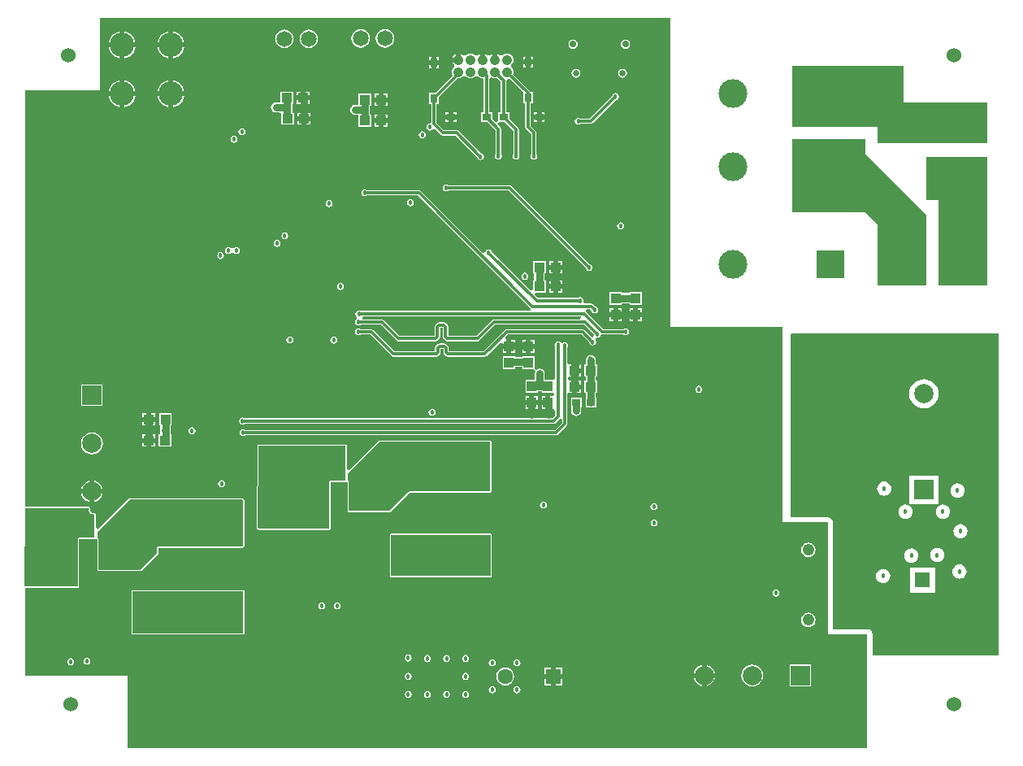
<source format=gbl>
G04*
G04 #@! TF.GenerationSoftware,Altium Limited,Altium Designer,18.1.4 (159)*
G04*
G04 Layer_Physical_Order=4*
G04 Layer_Color=16711680*
%FSLAX24Y24*%
%MOIN*%
G70*
G01*
G75*
%ADD18C,0.0300*%
%ADD89R,0.0315X0.0354*%
%ADD93R,0.0787X0.0787*%
%ADD109R,0.0335X0.0276*%
%ADD110R,0.0394X0.0433*%
%ADD113R,0.0433X0.0394*%
%ADD114R,0.1220X0.0610*%
%ADD117C,0.0140*%
%ADD118C,0.0120*%
%ADD130C,0.0630*%
%ADD131R,0.0630X0.0630*%
%ADD132C,0.1004*%
%ADD133R,0.1181X0.1181*%
%ADD134C,0.1181*%
%ADD135C,0.0487*%
%ADD136C,0.0787*%
%ADD137C,0.0650*%
%ADD138C,0.0420*%
%ADD139C,0.0276*%
%ADD140C,0.0256*%
%ADD141R,0.0787X0.0787*%
%ADD142R,0.0630X0.0630*%
%ADD143C,0.0600*%
%ADD144C,0.0180*%
%ADD145R,0.0354X0.0315*%
G36*
X46074Y36491D02*
X49500D01*
Y34828D01*
X45000D01*
Y35514D01*
X41514D01*
X41500Y35500D01*
Y37986D01*
X46074Y38000D01*
Y36491D01*
D02*
G37*
G36*
X49500Y29000D02*
X47500D01*
Y32500D01*
X47000D01*
Y34284D01*
X49500D01*
Y29000D01*
D02*
G37*
G36*
X44500Y34396D02*
X47000Y31896D01*
Y29000D01*
X45000D01*
Y31500D01*
X44500Y32000D01*
X41507D01*
X41514Y35000D01*
X44500D01*
Y34396D01*
D02*
G37*
G36*
X18920Y20221D02*
X18963Y20192D01*
Y18321D01*
X18938Y18304D01*
X15500D01*
X15462Y18288D01*
X15446Y18250D01*
Y18022D01*
X14766Y17343D01*
X13053D01*
X13048Y17345D01*
Y18600D01*
X13032Y18638D01*
X13005Y18650D01*
X13002Y18903D01*
X14320Y20221D01*
X18920D01*
D02*
G37*
G36*
X36500Y27305D02*
X36490Y27295D01*
X41100D01*
Y19290D01*
X42967D01*
Y14713D01*
X42970Y14710D01*
X44580D01*
Y10050D01*
X14250D01*
Y13000D01*
X14250Y13000D01*
X10050D01*
Y16616D01*
X12196D01*
X12234Y16632D01*
X12250Y16670D01*
X12250Y18589D01*
D01*
Y18600D01*
X12880D01*
X12911Y18602D01*
X12914Y18600D01*
X12994D01*
Y18547D01*
D01*
Y17345D01*
X12998Y17335D01*
Y17324D01*
X13005Y17317D01*
X13010Y17307D01*
X13020Y17302D01*
X13027Y17295D01*
X13032Y17293D01*
X13043D01*
X13053Y17289D01*
X14766D01*
X14766Y17289D01*
X14805Y17305D01*
D01*
X15484Y17984D01*
X15500Y18022D01*
Y18022D01*
Y18195D01*
Y18250D01*
X18938D01*
X18952Y18256D01*
X18968Y18259D01*
X18993Y18276D01*
X18996Y18280D01*
X19001Y18283D01*
X19007Y18297D01*
X19016Y18310D01*
X19015Y18316D01*
X19017Y18321D01*
Y20192D01*
X19015Y20197D01*
X19016Y20203D01*
X19016Y20203D01*
X19007Y20216D01*
X19001Y20231D01*
X18996Y20233D01*
X18993Y20237D01*
X18951Y20266D01*
X18951Y20266D01*
X18947Y20266D01*
X18935Y20269D01*
X18920Y20275D01*
X14320D01*
X14282Y20259D01*
X14282Y20259D01*
X13034Y19011D01*
X12934Y19053D01*
Y19606D01*
X12931Y19613D01*
X12932Y19620D01*
X12924Y19631D01*
X12918Y19644D01*
X12912Y19647D01*
X12907Y19653D01*
X12857Y19682D01*
X12838Y19685D01*
X12819Y19688D01*
X12793Y19683D01*
X12739Y19719D01*
X12703Y19773D01*
X12711Y19811D01*
X12714Y19814D01*
X12712Y19828D01*
X12715Y19841D01*
X12710Y19847D01*
X12709Y19856D01*
X12683Y19906D01*
X12676Y19911D01*
X12673Y19918D01*
X12661Y19923D01*
X12651Y19932D01*
X12643Y19931D01*
X12635Y19934D01*
X10050D01*
Y37000D01*
X13110D01*
Y39970D01*
X36500D01*
Y27305D01*
D02*
G37*
G36*
X12662Y19830D02*
X12658Y19825D01*
X12647Y19770D01*
X12658Y19715D01*
X12689Y19669D01*
X12735Y19638D01*
X12790Y19627D01*
X12830Y19635D01*
X12880Y19606D01*
Y18654D01*
X12250D01*
X12212Y18638D01*
X12196Y18600D01*
X12196Y16670D01*
X10035D01*
X10000Y16705D01*
X10024Y19880D01*
X12635D01*
X12662Y19830D01*
D02*
G37*
G36*
X49980Y27000D02*
Y13850D01*
X44784D01*
Y14710D01*
X44768Y14788D01*
X44724Y14854D01*
X44658Y14898D01*
X44580Y14914D01*
X43171D01*
Y19290D01*
X43156Y19368D01*
X43112Y19434D01*
X43045Y19478D01*
X42967Y19494D01*
X41431D01*
X41420Y26985D01*
X41455Y27020D01*
X49960D01*
X49980Y27000D01*
D02*
G37*
%LPC*%
G36*
X16110Y39404D02*
Y38960D01*
X16553D01*
X16547Y39004D01*
X16492Y39138D01*
X16403Y39254D01*
X16288Y39342D01*
X16154Y39398D01*
X16110Y39404D01*
D02*
G37*
G36*
X14110D02*
Y38960D01*
X14553D01*
X14547Y39004D01*
X14492Y39138D01*
X14403Y39254D01*
X14288Y39342D01*
X14154Y39398D01*
X14110Y39404D01*
D02*
G37*
G36*
X15910D02*
X15866Y39398D01*
X15731Y39342D01*
X15616Y39254D01*
X15528Y39138D01*
X15472Y39004D01*
X15466Y38960D01*
X15910D01*
Y39404D01*
D02*
G37*
G36*
X13910D02*
X13866Y39398D01*
X13731Y39342D01*
X13616Y39254D01*
X13528Y39138D01*
X13472Y39004D01*
X13466Y38960D01*
X13910D01*
Y39404D01*
D02*
G37*
G36*
X24791Y39504D02*
X24693Y39491D01*
X24602Y39453D01*
X24524Y39393D01*
X24464Y39315D01*
X24426Y39224D01*
X24413Y39126D01*
X24426Y39028D01*
X24464Y38937D01*
X24524Y38859D01*
X24602Y38799D01*
X24693Y38761D01*
X24791Y38748D01*
X24889Y38761D01*
X24980Y38799D01*
X25058Y38859D01*
X25118Y38937D01*
X25156Y39028D01*
X25169Y39126D01*
X25156Y39224D01*
X25118Y39315D01*
X25058Y39393D01*
X24980Y39453D01*
X24889Y39491D01*
X24791Y39504D01*
D02*
G37*
G36*
X23791D02*
X23693Y39491D01*
X23602Y39453D01*
X23524Y39393D01*
X23464Y39315D01*
X23426Y39224D01*
X23413Y39126D01*
X23426Y39028D01*
X23464Y38937D01*
X23524Y38859D01*
X23602Y38799D01*
X23693Y38761D01*
X23791Y38748D01*
X23889Y38761D01*
X23980Y38799D01*
X24058Y38859D01*
X24118Y38937D01*
X24156Y39028D01*
X24169Y39126D01*
X24156Y39224D01*
X24118Y39315D01*
X24058Y39393D01*
X23980Y39453D01*
X23889Y39491D01*
X23791Y39504D01*
D02*
G37*
G36*
X21671Y39494D02*
X21573Y39481D01*
X21482Y39443D01*
X21404Y39383D01*
X21344Y39305D01*
X21306Y39214D01*
X21293Y39116D01*
X21306Y39018D01*
X21344Y38927D01*
X21404Y38849D01*
X21482Y38789D01*
X21573Y38751D01*
X21671Y38738D01*
X21769Y38751D01*
X21860Y38789D01*
X21938Y38849D01*
X21998Y38927D01*
X22036Y39018D01*
X22049Y39116D01*
X22036Y39214D01*
X21998Y39305D01*
X21938Y39383D01*
X21860Y39443D01*
X21769Y39481D01*
X21671Y39494D01*
D02*
G37*
G36*
X20671D02*
X20573Y39481D01*
X20482Y39443D01*
X20404Y39383D01*
X20344Y39305D01*
X20306Y39214D01*
X20293Y39116D01*
X20306Y39018D01*
X20344Y38927D01*
X20404Y38849D01*
X20482Y38789D01*
X20573Y38751D01*
X20671Y38738D01*
X20769Y38751D01*
X20860Y38789D01*
X20938Y38849D01*
X20998Y38927D01*
X21036Y39018D01*
X21049Y39116D01*
X21036Y39214D01*
X20998Y39305D01*
X20938Y39383D01*
X20860Y39443D01*
X20769Y39481D01*
X20671Y39494D01*
D02*
G37*
G36*
X34657Y39083D02*
X34584Y39068D01*
X34522Y39027D01*
X34480Y38965D01*
X34466Y38891D01*
X34480Y38818D01*
X34522Y38756D01*
X34584Y38714D01*
X34657Y38700D01*
X34730Y38714D01*
X34793Y38756D01*
X34834Y38818D01*
X34849Y38891D01*
X34834Y38965D01*
X34793Y39027D01*
X34730Y39068D01*
X34657Y39083D01*
D02*
G37*
G36*
X32512D02*
X32438Y39068D01*
X32376Y39027D01*
X32335Y38965D01*
X32320Y38891D01*
X32335Y38818D01*
X32376Y38756D01*
X32438Y38714D01*
X32512Y38700D01*
X32585Y38714D01*
X32647Y38756D01*
X32688Y38818D01*
X32703Y38891D01*
X32688Y38965D01*
X32647Y39027D01*
X32585Y39068D01*
X32512Y39083D01*
D02*
G37*
G36*
X29800Y38513D02*
X29732Y38504D01*
X29669Y38478D01*
X29615Y38436D01*
X29610Y38430D01*
X29490D01*
X29485Y38436D01*
X29431Y38478D01*
X29400Y38490D01*
Y38250D01*
X29200D01*
Y38490D01*
X29169Y38478D01*
X29115Y38436D01*
X29110Y38430D01*
X28990D01*
X28985Y38436D01*
X28931Y38478D01*
X28900Y38490D01*
Y38250D01*
X28700D01*
Y38490D01*
X28669Y38478D01*
X28615Y38436D01*
X28610Y38430D01*
X28490D01*
X28485Y38436D01*
X28431Y38478D01*
X28368Y38504D01*
X28300Y38513D01*
X28232Y38504D01*
X28169Y38478D01*
X28115Y38436D01*
X28110Y38430D01*
X27990D01*
X27985Y38436D01*
X27931Y38478D01*
X27900Y38490D01*
Y38250D01*
X27800D01*
Y38150D01*
X27560D01*
X27573Y38119D01*
X27615Y38065D01*
X27621Y38060D01*
Y37941D01*
X27615Y37936D01*
X27573Y37882D01*
X27547Y37818D01*
X27538Y37750D01*
X27547Y37683D01*
X27573Y37619D01*
X27580Y37610D01*
X26869Y36899D01*
X26593D01*
Y36444D01*
X26688D01*
Y35672D01*
X26640Y35633D01*
X26585Y35622D01*
X26539Y35591D01*
X26508Y35545D01*
X26497Y35490D01*
X26508Y35435D01*
X26539Y35389D01*
X26585Y35358D01*
X26640Y35347D01*
X26695Y35358D01*
X26741Y35389D01*
X26859Y35402D01*
X27080Y35181D01*
X27117Y35157D01*
X27160Y35148D01*
X27160Y35148D01*
X27693D01*
X28577Y34264D01*
X28584Y34229D01*
X28615Y34183D01*
X28662Y34152D01*
X28716Y34141D01*
X28771Y34152D01*
X28817Y34183D01*
X28848Y34229D01*
X28859Y34284D01*
X28848Y34338D01*
X28817Y34385D01*
X28771Y34416D01*
X28736Y34423D01*
X27819Y35340D01*
X27783Y35364D01*
X27740Y35373D01*
X27740Y35373D01*
X27206D01*
X26912Y35666D01*
Y36444D01*
X27007D01*
Y36721D01*
X27778Y37491D01*
X27800Y37488D01*
X27868Y37497D01*
X27931Y37523D01*
X27985Y37565D01*
X27990Y37571D01*
X28110D01*
X28115Y37565D01*
X28169Y37523D01*
X28232Y37497D01*
X28300Y37488D01*
X28368Y37497D01*
X28431Y37523D01*
X28485Y37565D01*
X28490Y37571D01*
X28610D01*
X28615Y37565D01*
X28669Y37523D01*
X28732Y37497D01*
X28800Y37488D01*
X28845Y37449D01*
Y36107D01*
X28730D01*
Y35693D01*
X29006D01*
X29332Y35366D01*
Y34384D01*
X29312Y34355D01*
X29301Y34300D01*
X29312Y34245D01*
X29343Y34199D01*
X29390Y34168D01*
X29444Y34157D01*
X29499Y34168D01*
X29545Y34199D01*
X29576Y34245D01*
X29587Y34300D01*
X29576Y34355D01*
X29556Y34384D01*
Y35412D01*
X29556Y35413D01*
X29548Y35455D01*
X29523Y35492D01*
X29523Y35492D01*
X29418Y35597D01*
X29415Y35603D01*
X29464Y35693D01*
X29523Y35693D01*
X29711D01*
X30060Y35344D01*
Y34384D01*
X30040Y34355D01*
X30029Y34300D01*
X30040Y34245D01*
X30071Y34199D01*
X30117Y34168D01*
X30172Y34157D01*
X30227Y34168D01*
X30273Y34199D01*
X30304Y34245D01*
X30315Y34300D01*
X30304Y34355D01*
X30284Y34384D01*
Y35390D01*
X30284Y35390D01*
X30276Y35433D01*
X30251Y35470D01*
X30251Y35470D01*
X29890Y35831D01*
Y36107D01*
X29775D01*
Y37388D01*
X29775Y37388D01*
X29840Y37458D01*
X29920Y37472D01*
X30393Y36998D01*
X30453Y36927D01*
X30453D01*
X30453Y36927D01*
Y36473D01*
X30548D01*
Y35500D01*
X30548Y35500D01*
X30557Y35457D01*
X30581Y35421D01*
X30788Y35214D01*
Y34384D01*
X30768Y34355D01*
X30757Y34300D01*
X30768Y34245D01*
X30799Y34199D01*
X30845Y34168D01*
X30900Y34157D01*
X30955Y34168D01*
X31001Y34199D01*
X31032Y34245D01*
X31043Y34300D01*
X31032Y34355D01*
X31012Y34384D01*
Y35260D01*
X31004Y35303D01*
X30979Y35340D01*
X30979Y35340D01*
X30773Y35546D01*
Y36473D01*
X30868D01*
Y36927D01*
X30765D01*
X30764Y36933D01*
X30740Y36969D01*
X30740Y36969D01*
X30045Y37664D01*
X30053Y37683D01*
X30062Y37750D01*
X30053Y37818D01*
X30027Y37882D01*
X29985Y37936D01*
X29979Y37941D01*
Y38060D01*
X29985Y38065D01*
X30027Y38119D01*
X30053Y38183D01*
X30062Y38250D01*
X30053Y38318D01*
X30027Y38382D01*
X29985Y38436D01*
X29931Y38478D01*
X29868Y38504D01*
X29800Y38513D01*
D02*
G37*
G36*
X27700Y38490D02*
X27669Y38478D01*
X27615Y38436D01*
X27573Y38382D01*
X27560Y38350D01*
X27700D01*
Y38490D01*
D02*
G37*
G36*
X16553Y38760D02*
X16110D01*
Y38316D01*
X16154Y38322D01*
X16288Y38378D01*
X16403Y38466D01*
X16492Y38582D01*
X16547Y38716D01*
X16553Y38760D01*
D02*
G37*
G36*
X14553D02*
X14110D01*
Y38316D01*
X14154Y38322D01*
X14288Y38378D01*
X14403Y38466D01*
X14492Y38582D01*
X14547Y38716D01*
X14553Y38760D01*
D02*
G37*
G36*
X15910D02*
X15466D01*
X15472Y38716D01*
X15528Y38582D01*
X15616Y38466D01*
X15731Y38378D01*
X15866Y38322D01*
X15910Y38316D01*
Y38760D01*
D02*
G37*
G36*
X13910D02*
X13466D01*
X13472Y38716D01*
X13528Y38582D01*
X13616Y38466D01*
X13731Y38378D01*
X13866Y38322D01*
X13910Y38316D01*
Y38760D01*
D02*
G37*
G36*
X30868Y38384D02*
X30760D01*
Y38257D01*
X30868D01*
Y38384D01*
D02*
G37*
G36*
X30560D02*
X30453D01*
Y38257D01*
X30560D01*
Y38384D01*
D02*
G37*
G36*
X27007Y38356D02*
X26900D01*
Y38228D01*
X27007D01*
Y38356D01*
D02*
G37*
G36*
X26700D02*
X26593D01*
Y38228D01*
X26700D01*
Y38356D01*
D02*
G37*
G36*
X30868Y38057D02*
X30760D01*
Y37930D01*
X30868D01*
Y38057D01*
D02*
G37*
G36*
X30560D02*
X30453D01*
Y37930D01*
X30560D01*
Y38057D01*
D02*
G37*
G36*
X27007Y38028D02*
X26900D01*
Y37901D01*
X27007D01*
Y38028D01*
D02*
G37*
G36*
X26700D02*
X26593D01*
Y37901D01*
X26700D01*
Y38028D01*
D02*
G37*
G36*
X34539Y37880D02*
X34470Y37866D01*
X34411Y37827D01*
X34371Y37768D01*
X34358Y37698D01*
X34371Y37629D01*
X34411Y37570D01*
X34470Y37531D01*
X34539Y37517D01*
X34609Y37531D01*
X34667Y37570D01*
X34707Y37629D01*
X34721Y37698D01*
X34707Y37768D01*
X34667Y37827D01*
X34609Y37866D01*
X34539Y37880D01*
D02*
G37*
G36*
X32630D02*
X32560Y37866D01*
X32501Y37827D01*
X32462Y37768D01*
X32448Y37698D01*
X32462Y37629D01*
X32501Y37570D01*
X32560Y37531D01*
X32630Y37517D01*
X32699Y37531D01*
X32758Y37570D01*
X32797Y37629D01*
X32811Y37698D01*
X32797Y37768D01*
X32758Y37827D01*
X32699Y37866D01*
X32630Y37880D01*
D02*
G37*
G36*
X16110Y37404D02*
Y36960D01*
X16553D01*
X16547Y37004D01*
X16492Y37138D01*
X16403Y37254D01*
X16288Y37342D01*
X16154Y37398D01*
X16110Y37404D01*
D02*
G37*
G36*
X14110D02*
Y36960D01*
X14553D01*
X14547Y37004D01*
X14492Y37138D01*
X14403Y37254D01*
X14288Y37342D01*
X14154Y37398D01*
X14110Y37404D01*
D02*
G37*
G36*
X15910D02*
X15866Y37398D01*
X15731Y37342D01*
X15616Y37254D01*
X15528Y37138D01*
X15472Y37004D01*
X15466Y36960D01*
X15910D01*
Y37404D01*
D02*
G37*
G36*
X13910D02*
X13866Y37398D01*
X13731Y37342D01*
X13616Y37254D01*
X13528Y37138D01*
X13472Y37004D01*
X13466Y36960D01*
X13910D01*
Y37404D01*
D02*
G37*
G36*
X21715Y36943D02*
X21549D01*
Y36796D01*
X21715D01*
Y36943D01*
D02*
G37*
G36*
X21349D02*
X21182D01*
Y36796D01*
X21349D01*
Y36943D01*
D02*
G37*
G36*
X24902Y36863D02*
X24736D01*
Y36716D01*
X24902D01*
Y36863D01*
D02*
G37*
G36*
X24536D02*
X24369D01*
Y36716D01*
X24536D01*
Y36863D01*
D02*
G37*
G36*
X21715Y36596D02*
X21549D01*
Y36449D01*
X21715D01*
Y36596D01*
D02*
G37*
G36*
X21349D02*
X21182D01*
Y36449D01*
X21349D01*
Y36596D01*
D02*
G37*
G36*
X24902Y36516D02*
X24736D01*
Y36369D01*
X24902D01*
Y36516D01*
D02*
G37*
G36*
X24536D02*
X24369D01*
Y36369D01*
X24536D01*
Y36516D01*
D02*
G37*
G36*
X16553Y36760D02*
X16110D01*
Y36316D01*
X16154Y36322D01*
X16288Y36378D01*
X16403Y36466D01*
X16492Y36582D01*
X16547Y36716D01*
X16553Y36760D01*
D02*
G37*
G36*
X14553D02*
X14110D01*
Y36316D01*
X14154Y36322D01*
X14288Y36378D01*
X14403Y36466D01*
X14492Y36582D01*
X14547Y36716D01*
X14553Y36760D01*
D02*
G37*
G36*
X15910D02*
X15466D01*
X15472Y36716D01*
X15528Y36582D01*
X15616Y36466D01*
X15731Y36378D01*
X15866Y36322D01*
X15910Y36316D01*
Y36760D01*
D02*
G37*
G36*
X13910D02*
X13466D01*
X13472Y36716D01*
X13528Y36582D01*
X13616Y36466D01*
X13731Y36378D01*
X13866Y36322D01*
X13910Y36316D01*
Y36760D01*
D02*
G37*
G36*
X31346Y36107D02*
X31219D01*
Y36000D01*
X31346D01*
Y36107D01*
D02*
G37*
G36*
X31019D02*
X30892D01*
Y36000D01*
X31019D01*
Y36107D01*
D02*
G37*
G36*
X27727D02*
X27600D01*
Y36000D01*
X27727D01*
Y36107D01*
D02*
G37*
G36*
X27400D02*
X27273D01*
Y36000D01*
X27400D01*
Y36107D01*
D02*
G37*
G36*
X21722Y36083D02*
X21556D01*
Y35936D01*
X21722D01*
Y36083D01*
D02*
G37*
G36*
X21356D02*
X21189D01*
Y35936D01*
X21356D01*
Y36083D01*
D02*
G37*
G36*
X24912Y36003D02*
X24746D01*
Y35856D01*
X24912D01*
Y36003D01*
D02*
G37*
G36*
X24546D02*
X24379D01*
Y35856D01*
X24546D01*
Y36003D01*
D02*
G37*
G36*
X34250Y36893D02*
X34195Y36882D01*
X34149Y36851D01*
X34118Y36805D01*
X34111Y36770D01*
X33193Y35851D01*
X32803D01*
X32774Y35871D01*
X32719Y35882D01*
X32664Y35871D01*
X32618Y35840D01*
X32587Y35794D01*
X32576Y35739D01*
X32587Y35685D01*
X32618Y35638D01*
X32664Y35607D01*
X32719Y35596D01*
X32774Y35607D01*
X32803Y35627D01*
X33239D01*
X33239Y35627D01*
X33282Y35636D01*
X33318Y35660D01*
X34270Y36611D01*
X34305Y36618D01*
X34351Y36649D01*
X34382Y36695D01*
X34393Y36750D01*
X34382Y36805D01*
X34351Y36851D01*
X34305Y36882D01*
X34250Y36893D01*
D02*
G37*
G36*
X31346Y35800D02*
X31219D01*
Y35693D01*
X31346D01*
Y35800D01*
D02*
G37*
G36*
X31019D02*
X30892D01*
Y35693D01*
X31019D01*
Y35800D01*
D02*
G37*
G36*
X27727Y35800D02*
X27600D01*
Y35693D01*
X27727D01*
Y35800D01*
D02*
G37*
G36*
X27400D02*
X27273D01*
Y35693D01*
X27400D01*
Y35800D01*
D02*
G37*
G36*
X21722Y35736D02*
X21556D01*
Y35589D01*
X21722D01*
Y35736D01*
D02*
G37*
G36*
X21356D02*
X21189D01*
Y35589D01*
X21356D01*
Y35736D01*
D02*
G37*
G36*
X21046Y36943D02*
X20513D01*
Y36504D01*
X20320D01*
X20242Y36488D01*
X20176Y36444D01*
X20132Y36378D01*
X20116Y36300D01*
X20132Y36222D01*
X20176Y36156D01*
X20242Y36112D01*
X20320Y36096D01*
X20425D01*
X20520Y36083D01*
Y35589D01*
X21053D01*
Y36083D01*
X20984D01*
Y36449D01*
X21046D01*
Y36943D01*
D02*
G37*
G36*
X24912Y35656D02*
X24746D01*
Y35509D01*
X24912D01*
Y35656D01*
D02*
G37*
G36*
X24546D02*
X24379D01*
Y35509D01*
X24546D01*
Y35656D01*
D02*
G37*
G36*
X24233Y36863D02*
X23700D01*
Y36403D01*
X23561D01*
X23483Y36387D01*
X23417Y36343D01*
X23373Y36277D01*
X23357Y36199D01*
X23373Y36121D01*
X23417Y36055D01*
X23483Y36011D01*
X23561Y35995D01*
X23710D01*
Y35509D01*
X24243D01*
Y36003D01*
X24170D01*
Y36369D01*
X24233D01*
Y36863D01*
D02*
G37*
G36*
X18920Y35443D02*
X18865Y35432D01*
X18819Y35401D01*
X18788Y35355D01*
X18777Y35300D01*
X18788Y35245D01*
X18819Y35199D01*
X18865Y35168D01*
X18920Y35157D01*
X18975Y35168D01*
X19021Y35199D01*
X19052Y35245D01*
X19063Y35300D01*
X19052Y35355D01*
X19021Y35401D01*
X18975Y35432D01*
X18920Y35443D01*
D02*
G37*
G36*
X26320Y35323D02*
X26265Y35312D01*
X26219Y35281D01*
X26188Y35235D01*
X26177Y35180D01*
X26188Y35125D01*
X26219Y35079D01*
X26265Y35048D01*
X26320Y35037D01*
X26375Y35048D01*
X26421Y35079D01*
X26452Y35125D01*
X26463Y35180D01*
X26452Y35235D01*
X26421Y35281D01*
X26375Y35312D01*
X26320Y35323D01*
D02*
G37*
G36*
X18600Y35133D02*
X18545Y35122D01*
X18499Y35091D01*
X18468Y35045D01*
X18457Y34990D01*
X18468Y34935D01*
X18499Y34889D01*
X18545Y34858D01*
X18600Y34847D01*
X18655Y34858D01*
X18701Y34889D01*
X18732Y34935D01*
X18743Y34990D01*
X18732Y35045D01*
X18701Y35091D01*
X18655Y35122D01*
X18600Y35133D01*
D02*
G37*
G36*
X25840Y32533D02*
X25785Y32522D01*
X25739Y32491D01*
X25708Y32445D01*
X25697Y32390D01*
X25708Y32335D01*
X25739Y32289D01*
X25785Y32258D01*
X25840Y32247D01*
X25895Y32258D01*
X25941Y32289D01*
X25972Y32335D01*
X25983Y32390D01*
X25972Y32445D01*
X25941Y32491D01*
X25895Y32522D01*
X25840Y32533D01*
D02*
G37*
G36*
X22503Y32499D02*
X22449Y32489D01*
X22402Y32458D01*
X22371Y32411D01*
X22361Y32357D01*
X22371Y32302D01*
X22402Y32256D01*
X22449Y32225D01*
X22503Y32214D01*
X22558Y32225D01*
X22604Y32256D01*
X22635Y32302D01*
X22646Y32357D01*
X22635Y32411D01*
X22604Y32458D01*
X22558Y32489D01*
X22503Y32499D01*
D02*
G37*
G36*
X34453Y31593D02*
X34398Y31582D01*
X34352Y31551D01*
X34321Y31505D01*
X34310Y31450D01*
X34321Y31395D01*
X34352Y31349D01*
X34398Y31318D01*
X34453Y31307D01*
X34508Y31318D01*
X34554Y31349D01*
X34585Y31395D01*
X34596Y31450D01*
X34585Y31505D01*
X34554Y31551D01*
X34508Y31582D01*
X34453Y31593D01*
D02*
G37*
G36*
X20683Y31173D02*
X20628Y31162D01*
X20582Y31131D01*
X20551Y31085D01*
X20540Y31030D01*
X20551Y30975D01*
X20582Y30929D01*
X20628Y30898D01*
X20683Y30887D01*
X20738Y30898D01*
X20784Y30929D01*
X20815Y30975D01*
X20826Y31030D01*
X20815Y31085D01*
X20784Y31131D01*
X20738Y31162D01*
X20683Y31173D01*
D02*
G37*
G36*
X20363Y30863D02*
X20308Y30852D01*
X20262Y30821D01*
X20231Y30775D01*
X20220Y30720D01*
X20231Y30665D01*
X20262Y30619D01*
X20308Y30588D01*
X20363Y30577D01*
X20418Y30588D01*
X20464Y30619D01*
X20495Y30665D01*
X20506Y30720D01*
X20495Y30775D01*
X20464Y30821D01*
X20418Y30852D01*
X20363Y30863D01*
D02*
G37*
G36*
X18697Y30583D02*
X18642Y30572D01*
X18596Y30541D01*
X18587Y30528D01*
X18482Y30523D01*
X18475Y30525D01*
X18471Y30531D01*
X18425Y30562D01*
X18370Y30573D01*
X18315Y30562D01*
X18269Y30531D01*
X18238Y30485D01*
X18227Y30430D01*
X18238Y30375D01*
X18269Y30329D01*
X18315Y30298D01*
X18370Y30287D01*
X18425Y30298D01*
X18471Y30329D01*
X18480Y30342D01*
X18585Y30347D01*
X18592Y30345D01*
X18596Y30339D01*
X18642Y30308D01*
X18697Y30297D01*
X18752Y30308D01*
X18798Y30339D01*
X18829Y30385D01*
X18840Y30440D01*
X18829Y30495D01*
X18798Y30541D01*
X18752Y30572D01*
X18697Y30583D01*
D02*
G37*
G36*
X18050Y30363D02*
X17995Y30352D01*
X17949Y30321D01*
X17918Y30275D01*
X17907Y30220D01*
X17918Y30165D01*
X17949Y30119D01*
X17995Y30088D01*
X18050Y30077D01*
X18104Y30088D01*
X18150Y30119D01*
X18181Y30165D01*
X18192Y30220D01*
X18181Y30275D01*
X18150Y30321D01*
X18104Y30352D01*
X18050Y30363D01*
D02*
G37*
G36*
X32070Y29992D02*
X31903D01*
Y29845D01*
X32070D01*
Y29992D01*
D02*
G37*
G36*
X31703D02*
X31537D01*
Y29845D01*
X31703D01*
Y29992D01*
D02*
G37*
G36*
X27300Y33143D02*
X27245Y33132D01*
X27199Y33101D01*
X27168Y33055D01*
X27157Y33000D01*
X27168Y32945D01*
X27199Y32899D01*
X27245Y32868D01*
X27300Y32857D01*
X27355Y32868D01*
X27384Y32888D01*
X29865D01*
X33029Y29724D01*
X33036Y29689D01*
X33067Y29643D01*
X33113Y29612D01*
X33168Y29601D01*
X33222Y29612D01*
X33269Y29643D01*
X33299Y29689D01*
X33310Y29744D01*
X33299Y29798D01*
X33269Y29845D01*
X33222Y29875D01*
X33187Y29882D01*
X29990Y33079D01*
X29954Y33104D01*
X29911Y33112D01*
X29911Y33112D01*
X27384D01*
X27355Y33132D01*
X27300Y33143D01*
D02*
G37*
G36*
X32070Y29645D02*
X31903D01*
Y29498D01*
X32070D01*
Y29645D01*
D02*
G37*
G36*
X31703D02*
X31537D01*
Y29498D01*
X31703D01*
Y29645D01*
D02*
G37*
G36*
X30530Y29523D02*
X30475Y29512D01*
X30429Y29481D01*
X30398Y29435D01*
X30387Y29380D01*
X30398Y29325D01*
X30429Y29279D01*
X30475Y29248D01*
X30530Y29237D01*
X30585Y29248D01*
X30631Y29279D01*
X30662Y29325D01*
X30673Y29380D01*
X30662Y29435D01*
X30631Y29481D01*
X30585Y29512D01*
X30530Y29523D01*
D02*
G37*
G36*
X32070Y29203D02*
X31903D01*
Y29056D01*
X32070D01*
Y29203D01*
D02*
G37*
G36*
X31703D02*
X31537D01*
Y29056D01*
X31703D01*
Y29203D01*
D02*
G37*
G36*
X22970Y29103D02*
X22915Y29092D01*
X22869Y29061D01*
X22838Y29015D01*
X22827Y28960D01*
X22838Y28905D01*
X22869Y28859D01*
X22915Y28828D01*
X22970Y28817D01*
X23025Y28828D01*
X23071Y28859D01*
X23102Y28905D01*
X23113Y28960D01*
X23102Y29015D01*
X23071Y29061D01*
X23025Y29092D01*
X22970Y29103D01*
D02*
G37*
G36*
X32070Y28856D02*
X31903D01*
Y28709D01*
X32070D01*
Y28856D01*
D02*
G37*
G36*
X31703D02*
X31537D01*
Y28709D01*
X31703D01*
Y28856D01*
D02*
G37*
G36*
X35327Y28751D02*
X34833D01*
Y28689D01*
X34505D01*
Y28750D01*
X34012D01*
Y28217D01*
X34505D01*
Y28281D01*
X34833D01*
Y28218D01*
X35327D01*
Y28751D01*
D02*
G37*
G36*
Y28082D02*
X35180D01*
Y27915D01*
X35327D01*
Y28082D01*
D02*
G37*
G36*
X34980D02*
X34833D01*
Y27915D01*
X34980D01*
Y28082D01*
D02*
G37*
G36*
X34505Y28080D02*
X34359D01*
Y27914D01*
X34505D01*
Y28080D01*
D02*
G37*
G36*
X34159D02*
X34012D01*
Y27914D01*
X34159D01*
Y28080D01*
D02*
G37*
G36*
X23961Y32943D02*
X23906Y32932D01*
X23860Y32901D01*
X23829Y32855D01*
X23818Y32800D01*
X23829Y32745D01*
X23860Y32699D01*
X23906Y32668D01*
X23961Y32657D01*
X24016Y32668D01*
X24045Y32688D01*
X26144D01*
X30771Y28061D01*
X30771Y28061D01*
X30783Y28052D01*
X30757Y27952D01*
X23804D01*
X23775Y27972D01*
X23720Y27983D01*
X23665Y27972D01*
X23619Y27941D01*
X23588Y27895D01*
X23577Y27840D01*
X23588Y27785D01*
X23619Y27739D01*
X23634Y27729D01*
X23641Y27698D01*
X23637Y27627D01*
X23634Y27618D01*
X23609Y27601D01*
X23578Y27555D01*
X23567Y27500D01*
X23578Y27445D01*
X23609Y27399D01*
X23655Y27368D01*
X23710Y27357D01*
X23765Y27368D01*
X23794Y27388D01*
X24624D01*
X25261Y26751D01*
X25261Y26751D01*
X25297Y26726D01*
X25340Y26718D01*
X25340Y26718D01*
X26872D01*
X26872Y26718D01*
X26915Y26726D01*
X26951Y26751D01*
X27019Y26819D01*
X27019Y26819D01*
X27044Y26855D01*
X27052Y26898D01*
X27052Y26898D01*
Y27260D01*
X27054Y27262D01*
X27166D01*
X27168Y27260D01*
Y26898D01*
X27168Y26898D01*
X27176Y26855D01*
X27201Y26819D01*
X27269Y26751D01*
X27269Y26751D01*
X27305Y26726D01*
X27348Y26718D01*
X27348Y26718D01*
X28590D01*
X28590Y26718D01*
X28633Y26726D01*
X28669Y26751D01*
X29306Y27388D01*
X32954D01*
X33359Y26982D01*
X33345Y26911D01*
X33336Y26899D01*
X33311Y26875D01*
X33287Y26871D01*
X32979Y27179D01*
X32943Y27204D01*
X32900Y27212D01*
X32900Y27212D01*
X29790D01*
X29747Y27204D01*
X29711Y27179D01*
X29711Y27179D01*
X28834Y26302D01*
X27414D01*
X27412Y26304D01*
Y26446D01*
X27412Y26446D01*
X27404Y26489D01*
X27379Y26525D01*
X27379Y26525D01*
X27311Y26593D01*
X27275Y26617D01*
X27232Y26626D01*
X27232Y26626D01*
X27028D01*
X27028Y26626D01*
X26985Y26617D01*
X26949Y26593D01*
X26949Y26593D01*
X26881Y26525D01*
X26856Y26489D01*
X26848Y26446D01*
X26848Y26446D01*
Y26304D01*
X26846Y26302D01*
X25186D01*
X24309Y27179D01*
X24273Y27204D01*
X24230Y27212D01*
X24230Y27212D01*
X23794D01*
X23765Y27232D01*
X23710Y27243D01*
X23655Y27232D01*
X23609Y27201D01*
X23578Y27155D01*
X23567Y27100D01*
X23578Y27045D01*
X23609Y26999D01*
X23655Y26968D01*
X23710Y26957D01*
X23765Y26968D01*
X23794Y26988D01*
X24184D01*
X25061Y26111D01*
X25097Y26086D01*
X25140Y26078D01*
X25140Y26078D01*
X26892D01*
X26892Y26078D01*
X26935Y26086D01*
X26971Y26111D01*
X27039Y26179D01*
X27039Y26179D01*
X27064Y26215D01*
X27072Y26258D01*
X27072Y26258D01*
Y26399D01*
X27074Y26402D01*
X27186D01*
X27188Y26399D01*
Y26258D01*
X27188Y26258D01*
X27196Y26215D01*
X27221Y26179D01*
X27289Y26111D01*
X27289Y26111D01*
X27325Y26086D01*
X27368Y26078D01*
X27368Y26078D01*
X28880D01*
X28880Y26078D01*
X28923Y26086D01*
X28959Y26111D01*
X29533Y26685D01*
X29633Y26643D01*
Y26615D01*
X29780D01*
Y26781D01*
X29771D01*
X29730Y26881D01*
X29836Y26988D01*
X32854D01*
X33178Y26664D01*
X33185Y26629D01*
X33215Y26583D01*
X33262Y26552D01*
X33316Y26541D01*
X33371Y26552D01*
X33417Y26583D01*
X33448Y26629D01*
X33459Y26684D01*
X33448Y26738D01*
X33417Y26785D01*
X33461Y26868D01*
X33515Y26857D01*
X33570Y26868D01*
X33616Y26899D01*
X33647Y26945D01*
X33649Y26955D01*
X33698Y26988D01*
X33698Y26988D01*
X34573D01*
X34603Y26968D01*
X34657Y26957D01*
X34712Y26968D01*
X34758Y26999D01*
X34789Y27045D01*
X34800Y27100D01*
X34789Y27155D01*
X34758Y27201D01*
X34712Y27232D01*
X34657Y27243D01*
X34603Y27232D01*
X34573Y27212D01*
X33745D01*
X33296Y27661D01*
X33292Y27667D01*
X33292Y27667D01*
X33040Y27919D01*
X33027Y27928D01*
X33054Y28028D01*
X33214D01*
X33261Y27980D01*
X33268Y27945D01*
X33299Y27899D01*
X33345Y27868D01*
X33400Y27857D01*
X33455Y27868D01*
X33501Y27899D01*
X33532Y27945D01*
X33543Y28000D01*
X33532Y28055D01*
X33501Y28101D01*
X33455Y28132D01*
X33420Y28139D01*
X33339Y28219D01*
X33303Y28244D01*
X33260Y28252D01*
X33260Y28252D01*
X33003D01*
X32981Y28275D01*
X32937Y28352D01*
X32943Y28380D01*
X32932Y28435D01*
X32901Y28481D01*
X32855Y28512D01*
X32800Y28523D01*
X32745Y28512D01*
X32716Y28492D01*
X31056D01*
X30940Y28609D01*
X30981Y28709D01*
X31400D01*
Y29203D01*
X31323D01*
Y29498D01*
X31400D01*
Y29992D01*
X30867D01*
Y29498D01*
X30915D01*
Y29203D01*
X30867D01*
Y28823D01*
X30767Y28781D01*
X29189Y30360D01*
X29182Y30395D01*
X29151Y30441D01*
X29105Y30472D01*
X29050Y30483D01*
X28995Y30472D01*
X28949Y30441D01*
X28918Y30395D01*
X28914Y30376D01*
X28819Y30337D01*
X28812Y30336D01*
X26269Y32879D01*
X26233Y32904D01*
X26190Y32912D01*
X26190Y32912D01*
X24045D01*
X24016Y32932D01*
X23961Y32943D01*
D02*
G37*
G36*
X35327Y27715D02*
X35180D01*
Y27549D01*
X35327D01*
Y27715D01*
D02*
G37*
G36*
X34980D02*
X34833D01*
Y27549D01*
X34980D01*
Y27715D01*
D02*
G37*
G36*
X34505Y27714D02*
X34359D01*
Y27547D01*
X34505D01*
Y27714D01*
D02*
G37*
G36*
X34159D02*
X34012D01*
Y27547D01*
X34159D01*
Y27714D01*
D02*
G37*
G36*
X20890Y26913D02*
X20835Y26902D01*
X20789Y26871D01*
X20758Y26825D01*
X20747Y26770D01*
X20758Y26715D01*
X20789Y26669D01*
X20835Y26638D01*
X20890Y26627D01*
X20945Y26638D01*
X20991Y26669D01*
X21022Y26715D01*
X21033Y26770D01*
X21022Y26825D01*
X20991Y26871D01*
X20945Y26902D01*
X20890Y26913D01*
D02*
G37*
G36*
X30927Y26781D02*
X30780D01*
Y26615D01*
X30927D01*
Y26781D01*
D02*
G37*
G36*
X30127D02*
X29980D01*
Y26615D01*
X30127D01*
Y26781D01*
D02*
G37*
G36*
X30580D02*
X30433D01*
Y26615D01*
X30580D01*
Y26781D01*
D02*
G37*
G36*
X22686Y26897D02*
X22631Y26886D01*
X22585Y26855D01*
X22554Y26809D01*
X22543Y26754D01*
X22554Y26699D01*
X22585Y26653D01*
X22631Y26622D01*
X22686Y26611D01*
X22741Y26622D01*
X22787Y26653D01*
X22818Y26699D01*
X22829Y26754D01*
X22818Y26809D01*
X22787Y26855D01*
X22741Y26886D01*
X22686Y26897D01*
D02*
G37*
G36*
X30927Y26415D02*
X30780D01*
Y26248D01*
X30927D01*
Y26415D01*
D02*
G37*
G36*
X30580D02*
X30433D01*
Y26248D01*
X30580D01*
Y26415D01*
D02*
G37*
G36*
X30127D02*
X29980D01*
Y26248D01*
X30127D01*
Y26415D01*
D02*
G37*
G36*
X29780D02*
X29633D01*
Y26248D01*
X29780D01*
Y26415D01*
D02*
G37*
G36*
X33246Y26138D02*
X33206Y26130D01*
X33190Y26133D01*
X33135Y26122D01*
X33089Y26091D01*
X33058Y26045D01*
X33047Y25990D01*
X33050Y25974D01*
X33042Y25934D01*
Y25759D01*
X32980D01*
Y25265D01*
X33041D01*
Y25097D01*
X32978D01*
Y24603D01*
X33041D01*
Y24388D01*
X33028D01*
Y24012D01*
X33166D01*
X33167Y24012D01*
X33245Y23996D01*
X33323Y24012D01*
X33324Y24012D01*
X33462D01*
Y24388D01*
X33449D01*
Y24603D01*
X33511D01*
Y25097D01*
X33449D01*
Y25265D01*
X33513D01*
Y25759D01*
X33450D01*
Y25934D01*
X33435Y26012D01*
X33391Y26078D01*
X33324Y26122D01*
X33246Y26138D01*
D02*
G37*
G36*
X32677Y25759D02*
Y25612D01*
X32844D01*
Y25759D01*
X32677D01*
D02*
G37*
G36*
X32844Y25412D02*
X32677D01*
Y25265D01*
X32844D01*
Y25412D01*
D02*
G37*
G36*
X31890Y26703D02*
X31835Y26692D01*
X31789Y26661D01*
X31758Y26615D01*
X31747Y26560D01*
X31758Y26505D01*
X31778Y26476D01*
Y25204D01*
X31723Y25127D01*
X31678Y25127D01*
X31344D01*
Y25390D01*
X31328Y25468D01*
X31284Y25534D01*
X31218Y25578D01*
X31140Y25594D01*
X31062Y25578D01*
X31013Y25546D01*
X30932Y25594D01*
X30927Y25599D01*
X30927Y25670D01*
Y26112D01*
X30433D01*
Y26064D01*
X30127D01*
Y26112D01*
X29633D01*
Y25579D01*
X30127D01*
Y25656D01*
X30433D01*
Y25579D01*
X30835D01*
X30905Y25579D01*
X30971Y25497D01*
X30952Y25468D01*
X30936Y25390D01*
Y25127D01*
X30562D01*
Y24594D01*
X31055D01*
Y24656D01*
X31229D01*
Y24594D01*
X31685Y24594D01*
X31726Y24526D01*
X31685Y24458D01*
X31576D01*
Y24191D01*
Y23925D01*
X31678D01*
X31723Y23925D01*
X31778Y23847D01*
Y23666D01*
X31664Y23552D01*
X19049D01*
X19005Y23582D01*
X18950Y23593D01*
X18895Y23582D01*
X18849Y23551D01*
X18818Y23505D01*
X18807Y23450D01*
X18818Y23395D01*
X18849Y23349D01*
X18895Y23318D01*
X18950Y23307D01*
X19005Y23318D01*
X19019Y23328D01*
X31710D01*
X31710Y23328D01*
X31753Y23336D01*
X31789Y23361D01*
X31958Y23529D01*
X32005Y23522D01*
X32058Y23493D01*
Y23376D01*
X31764Y23082D01*
X19064Y23082D01*
X19035Y23102D01*
X18980Y23113D01*
X18925Y23102D01*
X18879Y23071D01*
X18848Y23025D01*
X18837Y22970D01*
X18848Y22915D01*
X18879Y22869D01*
X18925Y22838D01*
X18980Y22827D01*
X19035Y22838D01*
X19064Y22858D01*
X31810Y22858D01*
X31810Y22858D01*
X31853Y22866D01*
X31889Y22891D01*
X32249Y23251D01*
X32249Y23251D01*
X32274Y23287D01*
X32282Y23330D01*
X32282Y23330D01*
Y24514D01*
X32309Y24603D01*
X32382Y24603D01*
X32475D01*
Y24850D01*
Y25097D01*
X32333D01*
X32288Y25182D01*
X32334Y25265D01*
X32382Y25265D01*
X32477D01*
Y25512D01*
Y25759D01*
X32382D01*
X32310Y25759D01*
X32282Y25847D01*
Y26456D01*
X32302Y26485D01*
X32313Y26540D01*
X32302Y26595D01*
X32271Y26641D01*
X32225Y26672D01*
X32170Y26683D01*
X32115Y26672D01*
X32101Y26662D01*
X32067Y26642D01*
X31991Y26661D01*
X31945Y26692D01*
X31890Y26703D01*
D02*
G37*
G36*
X32675Y25097D02*
Y24950D01*
X32842D01*
Y25097D01*
X32675D01*
D02*
G37*
G36*
X32842Y24750D02*
X32675D01*
Y24603D01*
X32842D01*
Y24750D01*
D02*
G37*
G36*
X37665Y24888D02*
X37611Y24877D01*
X37564Y24846D01*
X37533Y24800D01*
X37523Y24745D01*
X37533Y24691D01*
X37564Y24644D01*
X37611Y24613D01*
X37665Y24603D01*
X37720Y24613D01*
X37766Y24644D01*
X37797Y24691D01*
X37808Y24745D01*
X37797Y24800D01*
X37766Y24846D01*
X37720Y24877D01*
X37665Y24888D01*
D02*
G37*
G36*
X31376Y24458D02*
X31229D01*
Y24291D01*
X31376D01*
Y24458D01*
D02*
G37*
G36*
X31055D02*
X30909D01*
Y24291D01*
X31055D01*
Y24458D01*
D02*
G37*
G36*
X30709D02*
X30562D01*
Y24291D01*
X30709D01*
Y24458D01*
D02*
G37*
G36*
X13214Y24941D02*
X12326D01*
Y24053D01*
X13214D01*
Y24941D01*
D02*
G37*
G36*
X31055Y24091D02*
X30909D01*
Y23925D01*
X31055D01*
Y24091D01*
D02*
G37*
G36*
X30709D02*
X30562D01*
Y23925D01*
X30709D01*
Y24091D01*
D02*
G37*
G36*
X31376Y24091D02*
X31229D01*
Y23925D01*
X31376D01*
Y24091D01*
D02*
G37*
G36*
X26720Y23943D02*
X26665Y23932D01*
X26619Y23901D01*
X26588Y23855D01*
X26577Y23800D01*
X26588Y23745D01*
X26619Y23699D01*
X26665Y23668D01*
X26720Y23657D01*
X26775Y23668D01*
X26821Y23699D01*
X26852Y23745D01*
X26863Y23800D01*
X26852Y23855D01*
X26821Y23901D01*
X26775Y23932D01*
X26720Y23943D01*
D02*
G37*
G36*
X32635Y24404D02*
X32557Y24388D01*
X32556Y24388D01*
X32418D01*
Y24012D01*
X32431D01*
Y23855D01*
X32446Y23777D01*
X32491Y23711D01*
X32557Y23666D01*
X32635Y23651D01*
X32713Y23666D01*
X32779Y23711D01*
X32823Y23777D01*
X32839Y23855D01*
Y24012D01*
X32852D01*
Y24388D01*
X32714D01*
X32713Y24388D01*
X32635Y24404D01*
D02*
G37*
G36*
X15381Y23762D02*
X15215D01*
Y23615D01*
X15381D01*
Y23762D01*
D02*
G37*
G36*
X15015D02*
X14848D01*
Y23615D01*
X15015D01*
Y23762D01*
D02*
G37*
G36*
X15381Y23415D02*
X15215D01*
Y23268D01*
X15381D01*
Y23415D01*
D02*
G37*
G36*
X15015D02*
X14848D01*
Y23268D01*
X15015D01*
Y23415D01*
D02*
G37*
G36*
X16880Y23191D02*
X16825Y23180D01*
X16779Y23150D01*
X16748Y23103D01*
X16737Y23049D01*
X16748Y22994D01*
X16779Y22948D01*
X16825Y22917D01*
X16880Y22906D01*
X16935Y22917D01*
X16981Y22948D01*
X17012Y22994D01*
X17023Y23049D01*
X17012Y23103D01*
X16981Y23150D01*
X16935Y23180D01*
X16880Y23191D01*
D02*
G37*
G36*
X15377Y22897D02*
X15211D01*
Y22750D01*
X15377D01*
Y22897D01*
D02*
G37*
G36*
X15011D02*
X14844D01*
Y22750D01*
X15011D01*
Y22897D01*
D02*
G37*
G36*
X16050Y23762D02*
X15517D01*
Y23268D01*
X15580D01*
Y23090D01*
X15576Y23070D01*
X15580Y23050D01*
Y22897D01*
X15513D01*
Y22403D01*
X16047D01*
Y22897D01*
X15988D01*
Y23268D01*
X16050D01*
Y23762D01*
D02*
G37*
G36*
X15377Y22550D02*
X15211D01*
Y22403D01*
X15377D01*
Y22550D01*
D02*
G37*
G36*
X15011D02*
X14844D01*
Y22403D01*
X15011D01*
Y22550D01*
D02*
G37*
G36*
X12770Y22976D02*
X12654Y22961D01*
X12546Y22916D01*
X12454Y22845D01*
X12382Y22752D01*
X12338Y22644D01*
X12322Y22529D01*
X12338Y22413D01*
X12382Y22305D01*
X12454Y22212D01*
X12546Y22141D01*
X12654Y22096D01*
X12770Y22081D01*
X12886Y22096D01*
X12994Y22141D01*
X13086Y22212D01*
X13158Y22305D01*
X13202Y22413D01*
X13218Y22529D01*
X13202Y22644D01*
X13158Y22752D01*
X13086Y22845D01*
X12994Y22916D01*
X12886Y22961D01*
X12770Y22976D01*
D02*
G37*
G36*
X29110Y22648D02*
X24573D01*
X24535Y22632D01*
X24535Y22632D01*
X23327Y21424D01*
X23234Y21462D01*
Y22407D01*
X23234Y22430D01*
X23234Y22430D01*
X23218Y22468D01*
X23180Y22484D01*
X23180Y22484D01*
X23157Y22484D01*
X19609Y22484D01*
X19590Y22476D01*
X19571Y22469D01*
X19571Y22468D01*
X19571Y22468D01*
X19563Y22449D01*
X19555Y22430D01*
X19529Y19071D01*
X19529Y19071D01*
X19529Y19071D01*
X19529Y19071D01*
X19537Y19052D01*
X19545Y19033D01*
X19545Y19032D01*
X19545Y19032D01*
X19545Y19032D01*
X19580Y18997D01*
X19580Y18997D01*
X19580Y18997D01*
X19580Y18997D01*
X19584Y18995D01*
X19599Y18989D01*
X19618Y18981D01*
X19618Y18981D01*
X19618Y18981D01*
X19619Y18981D01*
X22501Y18981D01*
X22539Y18997D01*
X22555Y19035D01*
X22555Y20937D01*
D01*
Y20948D01*
X23252D01*
Y19770D01*
X23268Y19732D01*
X23268Y19732D01*
X23268Y19732D01*
X23284Y19716D01*
D01*
X23284Y19716D01*
X23322Y19700D01*
X24978D01*
X25016Y19716D01*
X25792Y20492D01*
D01*
X25800Y20500D01*
X29110Y20500D01*
X29110Y20500D01*
X29148Y20516D01*
X29164Y20554D01*
X29164Y20554D01*
X29164Y20578D01*
Y22594D01*
X29148Y22632D01*
X29110Y22648D01*
D02*
G37*
G36*
X18091Y21023D02*
X18036Y21012D01*
X17990Y20981D01*
X17959Y20935D01*
X17948Y20880D01*
X17959Y20825D01*
X17990Y20779D01*
X18036Y20748D01*
X18091Y20737D01*
X18145Y20748D01*
X18192Y20779D01*
X18223Y20825D01*
X18234Y20880D01*
X18223Y20935D01*
X18192Y20981D01*
X18145Y21012D01*
X18091Y21023D01*
D02*
G37*
G36*
X12870Y20994D02*
Y20660D01*
X13204D01*
X13202Y20676D01*
X13158Y20784D01*
X13086Y20876D01*
X12994Y20948D01*
X12886Y20992D01*
X12870Y20994D01*
D02*
G37*
G36*
X12670D02*
X12654Y20992D01*
X12546Y20948D01*
X12454Y20876D01*
X12382Y20784D01*
X12338Y20676D01*
X12336Y20660D01*
X12670D01*
Y20994D01*
D02*
G37*
G36*
X13204Y20460D02*
X12870D01*
Y20126D01*
X12886Y20128D01*
X12994Y20172D01*
X13086Y20244D01*
X13158Y20336D01*
X13202Y20444D01*
X13204Y20460D01*
D02*
G37*
G36*
X12670D02*
X12336D01*
X12338Y20444D01*
X12382Y20336D01*
X12454Y20244D01*
X12546Y20172D01*
X12654Y20128D01*
X12670Y20126D01*
Y20460D01*
D02*
G37*
G36*
X31290Y20139D02*
X31235Y20128D01*
X31189Y20097D01*
X31158Y20051D01*
X31147Y19996D01*
X31158Y19941D01*
X31189Y19895D01*
X31235Y19864D01*
X31290Y19853D01*
X31345Y19864D01*
X31391Y19895D01*
X31422Y19941D01*
X31433Y19996D01*
X31422Y20051D01*
X31391Y20097D01*
X31345Y20128D01*
X31290Y20139D01*
D02*
G37*
G36*
X35820Y20083D02*
X35765Y20072D01*
X35719Y20041D01*
X35688Y19995D01*
X35677Y19940D01*
X35688Y19885D01*
X35719Y19839D01*
X35765Y19808D01*
X35820Y19797D01*
X35875Y19808D01*
X35921Y19839D01*
X35952Y19885D01*
X35963Y19940D01*
X35952Y19995D01*
X35921Y20041D01*
X35875Y20072D01*
X35820Y20083D01*
D02*
G37*
G36*
X35833Y19413D02*
X35779Y19402D01*
X35732Y19371D01*
X35701Y19325D01*
X35691Y19270D01*
X35701Y19215D01*
X35732Y19169D01*
X35779Y19138D01*
X35833Y19127D01*
X35888Y19138D01*
X35934Y19169D01*
X35965Y19215D01*
X35976Y19270D01*
X35965Y19325D01*
X35934Y19371D01*
X35888Y19402D01*
X35833Y19413D01*
D02*
G37*
G36*
X42160Y18460D02*
X42083Y18450D01*
X42012Y18420D01*
X41951Y18373D01*
X41903Y18312D01*
X41874Y18240D01*
X41864Y18163D01*
X41874Y18087D01*
X41903Y18015D01*
X41951Y17954D01*
X42012Y17907D01*
X42083Y17877D01*
X42160Y17867D01*
X42237Y17877D01*
X42308Y17907D01*
X42369Y17954D01*
X42417Y18015D01*
X42446Y18087D01*
X42456Y18163D01*
X42446Y18240D01*
X42417Y18312D01*
X42369Y18373D01*
X42308Y18420D01*
X42237Y18450D01*
X42160Y18460D01*
D02*
G37*
G36*
X25980Y18834D02*
X25050D01*
X25050Y18834D01*
D01*
X25012Y18818D01*
X25004Y18800D01*
D01*
X24996Y18780D01*
X24996Y18780D01*
X24996Y18757D01*
X24996Y17090D01*
X25012Y17052D01*
X25050Y17036D01*
X29097Y17036D01*
X29120Y17036D01*
X29120Y17036D01*
X29158Y17052D01*
X29174Y17090D01*
X29174Y17090D01*
X29174Y17113D01*
X29174Y18780D01*
X29158Y18818D01*
X29120Y18834D01*
X28909D01*
X28889Y18826D01*
X27608D01*
X27589Y18834D01*
X27300D01*
X27280Y18826D01*
X26000D01*
X25980Y18834D01*
D02*
G37*
G36*
X18980Y16514D02*
X18950D01*
D01*
X18832D01*
X18569D01*
D01*
X17249Y16514D01*
D01*
X17069D01*
X14450Y16514D01*
X14412Y16498D01*
X14400Y16470D01*
X14396Y16460D01*
X14396Y16460D01*
X14396Y16437D01*
X14396Y14740D01*
X14412Y14702D01*
X14450Y14686D01*
X18957Y14686D01*
X18980Y14686D01*
X18980Y14686D01*
X19018Y14702D01*
X19034Y14740D01*
X19034Y14740D01*
X19034Y14763D01*
X19034Y16460D01*
X19018Y16498D01*
X18980Y16514D01*
D02*
G37*
G36*
X40830Y16533D02*
X40775Y16522D01*
X40729Y16491D01*
X40698Y16445D01*
X40687Y16390D01*
X40698Y16335D01*
X40729Y16289D01*
X40775Y16258D01*
X40830Y16247D01*
X40885Y16258D01*
X40931Y16289D01*
X40962Y16335D01*
X40973Y16390D01*
X40962Y16445D01*
X40931Y16491D01*
X40885Y16522D01*
X40830Y16533D01*
D02*
G37*
G36*
X22830Y16012D02*
X22775Y16001D01*
X22729Y15970D01*
X22698Y15924D01*
X22687Y15869D01*
X22698Y15815D01*
X22729Y15768D01*
X22775Y15738D01*
X22830Y15727D01*
X22885Y15738D01*
X22931Y15768D01*
X22962Y15815D01*
X22973Y15869D01*
X22962Y15924D01*
X22931Y15970D01*
X22885Y16001D01*
X22830Y16012D01*
D02*
G37*
G36*
X22201D02*
X22146Y16001D01*
X22100Y15970D01*
X22069Y15924D01*
X22058Y15869D01*
X22069Y15815D01*
X22100Y15768D01*
X22146Y15738D01*
X22201Y15727D01*
X22255Y15738D01*
X22302Y15768D01*
X22332Y15815D01*
X22343Y15869D01*
X22332Y15924D01*
X22302Y15970D01*
X22255Y16001D01*
X22201Y16012D01*
D02*
G37*
G36*
X42160Y15586D02*
X42083Y15576D01*
X42012Y15546D01*
X41951Y15499D01*
X41903Y15438D01*
X41874Y15366D01*
X41864Y15289D01*
X41874Y15213D01*
X41903Y15141D01*
X41951Y15080D01*
X42012Y15033D01*
X42083Y15003D01*
X42160Y14993D01*
X42237Y15003D01*
X42308Y15033D01*
X42369Y15080D01*
X42417Y15141D01*
X42446Y15213D01*
X42456Y15289D01*
X42446Y15366D01*
X42417Y15438D01*
X42369Y15499D01*
X42308Y15546D01*
X42237Y15576D01*
X42160Y15586D01*
D02*
G37*
G36*
X25750Y13863D02*
X25695Y13852D01*
X25649Y13821D01*
X25618Y13775D01*
X25607Y13720D01*
X25618Y13665D01*
X25649Y13619D01*
X25695Y13588D01*
X25750Y13577D01*
X25805Y13588D01*
X25851Y13619D01*
X25882Y13665D01*
X25893Y13720D01*
X25882Y13775D01*
X25851Y13821D01*
X25805Y13852D01*
X25750Y13863D01*
D02*
G37*
G36*
X28100Y13858D02*
X28045Y13847D01*
X27999Y13816D01*
X27968Y13770D01*
X27957Y13715D01*
X27968Y13660D01*
X27999Y13614D01*
X28045Y13583D01*
X28100Y13572D01*
X28155Y13583D01*
X28201Y13614D01*
X28232Y13660D01*
X28243Y13715D01*
X28232Y13770D01*
X28201Y13816D01*
X28155Y13847D01*
X28100Y13858D01*
D02*
G37*
G36*
X27317D02*
X27262Y13847D01*
X27216Y13816D01*
X27185Y13770D01*
X27174Y13715D01*
X27185Y13660D01*
X27216Y13614D01*
X27262Y13583D01*
X27317Y13572D01*
X27371Y13583D01*
X27418Y13614D01*
X27449Y13660D01*
X27459Y13715D01*
X27449Y13770D01*
X27418Y13816D01*
X27371Y13847D01*
X27317Y13858D01*
D02*
G37*
G36*
X26533D02*
X26479Y13847D01*
X26432Y13816D01*
X26401Y13770D01*
X26391Y13715D01*
X26401Y13660D01*
X26432Y13614D01*
X26479Y13583D01*
X26533Y13572D01*
X26588Y13583D01*
X26634Y13614D01*
X26665Y13660D01*
X26676Y13715D01*
X26665Y13770D01*
X26634Y13816D01*
X26588Y13847D01*
X26533Y13858D01*
D02*
G37*
G36*
X12565Y13743D02*
X12510Y13732D01*
X12464Y13701D01*
X12433Y13655D01*
X12422Y13600D01*
X12433Y13545D01*
X12464Y13499D01*
X12510Y13468D01*
X12565Y13457D01*
X12619Y13468D01*
X12666Y13499D01*
X12697Y13545D01*
X12708Y13600D01*
X12697Y13655D01*
X12666Y13701D01*
X12619Y13732D01*
X12565Y13743D01*
D02*
G37*
G36*
X11898Y13723D02*
X11843Y13712D01*
X11797Y13681D01*
X11766Y13635D01*
X11755Y13580D01*
X11766Y13525D01*
X11797Y13479D01*
X11843Y13448D01*
X11898Y13437D01*
X11953Y13448D01*
X11999Y13479D01*
X12030Y13525D01*
X12041Y13580D01*
X12030Y13635D01*
X11999Y13681D01*
X11953Y13712D01*
X11898Y13723D01*
D02*
G37*
G36*
X30210Y13673D02*
X30155Y13662D01*
X30109Y13631D01*
X30078Y13585D01*
X30067Y13530D01*
X30078Y13475D01*
X30109Y13429D01*
X30155Y13398D01*
X30210Y13387D01*
X30265Y13398D01*
X30311Y13429D01*
X30342Y13475D01*
X30353Y13530D01*
X30342Y13585D01*
X30311Y13631D01*
X30265Y13662D01*
X30210Y13673D01*
D02*
G37*
G36*
X29190D02*
X29135Y13662D01*
X29089Y13631D01*
X29058Y13585D01*
X29047Y13530D01*
X29058Y13475D01*
X29089Y13429D01*
X29135Y13398D01*
X29190Y13387D01*
X29245Y13398D01*
X29291Y13429D01*
X29322Y13475D01*
X29333Y13530D01*
X29322Y13585D01*
X29291Y13631D01*
X29245Y13662D01*
X29190Y13673D01*
D02*
G37*
G36*
X37991Y13444D02*
Y13110D01*
X38326D01*
X38324Y13126D01*
X38279Y13234D01*
X38208Y13326D01*
X38115Y13398D01*
X38007Y13442D01*
X37991Y13444D01*
D02*
G37*
G36*
X37792D02*
X37776Y13442D01*
X37668Y13398D01*
X37575Y13326D01*
X37504Y13234D01*
X37459Y13126D01*
X37457Y13110D01*
X37792D01*
Y13444D01*
D02*
G37*
G36*
X32059Y13336D02*
X31794D01*
Y13071D01*
X32059D01*
Y13336D01*
D02*
G37*
G36*
X31594D02*
X31329D01*
Y13071D01*
X31594D01*
Y13336D01*
D02*
G37*
G36*
X28100Y13120D02*
X28045Y13109D01*
X27999Y13078D01*
X27968Y13032D01*
X27957Y12977D01*
X27968Y12923D01*
X27999Y12877D01*
X28045Y12846D01*
X28100Y12835D01*
X28155Y12846D01*
X28201Y12877D01*
X28232Y12923D01*
X28243Y12977D01*
X28232Y13032D01*
X28201Y13078D01*
X28155Y13109D01*
X28100Y13120D01*
D02*
G37*
G36*
X25750D02*
X25695Y13109D01*
X25649Y13078D01*
X25618Y13032D01*
X25607Y12977D01*
X25618Y12923D01*
X25649Y12877D01*
X25695Y12846D01*
X25750Y12835D01*
X25805Y12846D01*
X25851Y12877D01*
X25882Y12923D01*
X25893Y12977D01*
X25882Y13032D01*
X25851Y13078D01*
X25805Y13109D01*
X25750Y13120D01*
D02*
G37*
G36*
X32059Y12871D02*
X31794D01*
Y12606D01*
X32059D01*
Y12871D01*
D02*
G37*
G36*
X31594D02*
X31329D01*
Y12606D01*
X31594D01*
Y12871D01*
D02*
G37*
G36*
X29726Y13340D02*
X29630Y13327D01*
X29542Y13290D01*
X29465Y13232D01*
X29407Y13155D01*
X29370Y13067D01*
X29358Y12971D01*
X29370Y12876D01*
X29407Y12787D01*
X29465Y12711D01*
X29542Y12653D01*
X29630Y12616D01*
X29726Y12603D01*
X29821Y12616D01*
X29910Y12653D01*
X29986Y12711D01*
X30045Y12787D01*
X30081Y12876D01*
X30094Y12971D01*
X30081Y13067D01*
X30045Y13155D01*
X29986Y13232D01*
X29910Y13290D01*
X29821Y13327D01*
X29726Y13340D01*
D02*
G37*
G36*
X38326Y12910D02*
X37991D01*
Y12576D01*
X38007Y12578D01*
X38115Y12622D01*
X38208Y12694D01*
X38279Y12786D01*
X38324Y12894D01*
X38326Y12910D01*
D02*
G37*
G36*
X37792D02*
X37457D01*
X37459Y12894D01*
X37504Y12786D01*
X37575Y12694D01*
X37668Y12622D01*
X37776Y12578D01*
X37792Y12576D01*
Y12910D01*
D02*
G37*
G36*
X42272Y13454D02*
X41385D01*
Y12566D01*
X42272D01*
Y13454D01*
D02*
G37*
G36*
X39860Y13458D02*
X39744Y13442D01*
X39636Y13398D01*
X39544Y13326D01*
X39472Y13234D01*
X39428Y13126D01*
X39412Y13010D01*
X39428Y12894D01*
X39472Y12786D01*
X39544Y12694D01*
X39636Y12622D01*
X39744Y12578D01*
X39860Y12562D01*
X39976Y12578D01*
X40084Y12622D01*
X40176Y12694D01*
X40248Y12786D01*
X40292Y12894D01*
X40308Y13010D01*
X40292Y13126D01*
X40248Y13234D01*
X40176Y13326D01*
X40084Y13398D01*
X39976Y13442D01*
X39860Y13458D01*
D02*
G37*
G36*
X30210Y12563D02*
X30155Y12552D01*
X30109Y12521D01*
X30078Y12475D01*
X30067Y12420D01*
X30078Y12365D01*
X30109Y12319D01*
X30155Y12288D01*
X30210Y12277D01*
X30265Y12288D01*
X30311Y12319D01*
X30342Y12365D01*
X30353Y12420D01*
X30342Y12475D01*
X30311Y12521D01*
X30265Y12552D01*
X30210Y12563D01*
D02*
G37*
G36*
X29190D02*
X29135Y12552D01*
X29089Y12521D01*
X29058Y12475D01*
X29047Y12420D01*
X29058Y12365D01*
X29089Y12319D01*
X29135Y12288D01*
X29190Y12277D01*
X29245Y12288D01*
X29291Y12319D01*
X29322Y12365D01*
X29333Y12420D01*
X29322Y12475D01*
X29291Y12521D01*
X29245Y12552D01*
X29190Y12563D01*
D02*
G37*
G36*
X28100Y12378D02*
X28045Y12367D01*
X27999Y12336D01*
X27968Y12290D01*
X27957Y12235D01*
X27968Y12180D01*
X27999Y12134D01*
X28045Y12103D01*
X28100Y12092D01*
X28155Y12103D01*
X28201Y12134D01*
X28232Y12180D01*
X28243Y12235D01*
X28232Y12290D01*
X28201Y12336D01*
X28155Y12367D01*
X28100Y12378D01*
D02*
G37*
G36*
X27317D02*
X27262Y12367D01*
X27216Y12336D01*
X27185Y12290D01*
X27174Y12235D01*
X27185Y12180D01*
X27216Y12134D01*
X27262Y12103D01*
X27317Y12092D01*
X27371Y12103D01*
X27418Y12134D01*
X27449Y12180D01*
X27459Y12235D01*
X27449Y12290D01*
X27418Y12336D01*
X27371Y12367D01*
X27317Y12378D01*
D02*
G37*
G36*
X26533D02*
X26479Y12367D01*
X26432Y12336D01*
X26401Y12290D01*
X26391Y12235D01*
X26401Y12180D01*
X26432Y12134D01*
X26479Y12103D01*
X26533Y12092D01*
X26588Y12103D01*
X26634Y12134D01*
X26665Y12180D01*
X26676Y12235D01*
X26665Y12290D01*
X26634Y12336D01*
X26588Y12367D01*
X26533Y12378D01*
D02*
G37*
G36*
X25750D02*
X25695Y12367D01*
X25649Y12336D01*
X25618Y12290D01*
X25607Y12235D01*
X25618Y12180D01*
X25649Y12134D01*
X25695Y12103D01*
X25750Y12092D01*
X25805Y12103D01*
X25851Y12134D01*
X25882Y12180D01*
X25893Y12235D01*
X25882Y12290D01*
X25851Y12336D01*
X25805Y12367D01*
X25750Y12378D01*
D02*
G37*
%LPD*%
G36*
X29169Y37523D02*
X29232Y37497D01*
X29300Y37488D01*
X29368Y37497D01*
X29387Y37505D01*
X29550Y37341D01*
Y36107D01*
X29435D01*
Y35788D01*
X29435Y35721D01*
X29346Y35672D01*
X29340Y35675D01*
X29184Y35831D01*
Y36107D01*
X29069D01*
Y37474D01*
X29169Y37523D01*
X29169Y37523D01*
D02*
G37*
G36*
X32838Y27712D02*
X32785Y27612D01*
X29260D01*
X29260Y27612D01*
X29217Y27604D01*
X29181Y27579D01*
X29181Y27579D01*
X28544Y26942D01*
X27394D01*
X27392Y26944D01*
Y27306D01*
X27392Y27306D01*
X27384Y27349D01*
X27359Y27385D01*
X27359Y27386D01*
X27291Y27453D01*
X27255Y27478D01*
X27212Y27486D01*
X27212Y27486D01*
X27008D01*
X27008Y27486D01*
X26965Y27478D01*
X26929Y27453D01*
X26929Y27453D01*
X26861Y27385D01*
X26836Y27349D01*
X26828Y27306D01*
X26828Y27306D01*
Y26944D01*
X26826Y26942D01*
X25386D01*
X24749Y27579D01*
X24713Y27604D01*
X24670Y27612D01*
X24670Y27612D01*
X23879D01*
X23865Y27628D01*
X23911Y27728D01*
X32828D01*
X32838Y27712D01*
D02*
G37*
G36*
X29110Y20554D02*
X25800Y20554D01*
X25800Y20554D01*
X25762Y20538D01*
X24978Y19754D01*
X23322D01*
X23307Y19770D01*
Y20948D01*
X23291Y20986D01*
X23258Y20999D01*
X23255Y21276D01*
X24573Y22594D01*
X29110D01*
Y20554D01*
D02*
G37*
G36*
X23180Y21002D02*
X22555D01*
X22517Y20986D01*
X22501Y20948D01*
X22501Y19035D01*
X19619Y19035D01*
X19583Y19070D01*
X19609Y22430D01*
X23180Y22430D01*
Y21002D01*
D02*
G37*
G36*
X25980Y18780D02*
Y18772D01*
X27300D01*
Y18780D01*
X27589D01*
Y18772D01*
X28909D01*
Y18780D01*
X29120D01*
X29120Y17090D01*
X25050Y17090D01*
X25050Y18780D01*
X25980D01*
D02*
G37*
G36*
X18980Y14740D02*
X14450Y14740D01*
X14450Y16460D01*
X18980Y16460D01*
X18980Y14740D01*
D02*
G37*
%LPC*%
G36*
X46901Y25158D02*
X46785Y25147D01*
X46673Y25113D01*
X46569Y25057D01*
X46479Y24983D01*
X46405Y24893D01*
X46350Y24790D01*
X46316Y24678D01*
X46304Y24561D01*
X46316Y24445D01*
X46350Y24333D01*
X46405Y24230D01*
X46479Y24140D01*
X46569Y24065D01*
X46673Y24010D01*
X46785Y23976D01*
X46901Y23965D01*
X47017Y23976D01*
X47129Y24010D01*
X47232Y24065D01*
X47323Y24140D01*
X47397Y24230D01*
X47452Y24333D01*
X47486Y24445D01*
X47498Y24561D01*
X47486Y24678D01*
X47452Y24790D01*
X47397Y24893D01*
X47323Y24983D01*
X47232Y25057D01*
X47129Y25113D01*
X47017Y25147D01*
X46901Y25158D01*
D02*
G37*
G36*
X45270Y20963D02*
X45194Y20953D01*
X45124Y20923D01*
X45063Y20877D01*
X45017Y20816D01*
X44987Y20746D01*
X44977Y20670D01*
X44987Y20594D01*
X45017Y20524D01*
X45063Y20463D01*
X45124Y20417D01*
X45194Y20387D01*
X45270Y20378D01*
X45346Y20387D01*
X45416Y20417D01*
X45477Y20463D01*
X45523Y20524D01*
X45553Y20594D01*
X45563Y20670D01*
X45553Y20746D01*
X45523Y20816D01*
X45477Y20877D01*
X45416Y20923D01*
X45346Y20953D01*
X45270Y20963D01*
D02*
G37*
G36*
X48280Y20888D02*
X48204Y20878D01*
X48134Y20849D01*
X48073Y20803D01*
X48027Y20742D01*
X47997Y20672D01*
X47987Y20596D01*
X47997Y20520D01*
X48027Y20450D01*
X48073Y20389D01*
X48134Y20343D01*
X48204Y20313D01*
X48280Y20303D01*
X48356Y20313D01*
X48426Y20343D01*
X48487Y20389D01*
X48533Y20450D01*
X48563Y20520D01*
X48573Y20596D01*
X48563Y20672D01*
X48533Y20742D01*
X48487Y20803D01*
X48426Y20849D01*
X48356Y20878D01*
X48280Y20888D01*
D02*
G37*
G36*
X47495Y21218D02*
X46307D01*
Y20031D01*
X47495D01*
Y21218D01*
D02*
G37*
G36*
X47680Y20022D02*
X47604Y20013D01*
X47534Y19983D01*
X47473Y19937D01*
X47427Y19876D01*
X47397Y19806D01*
X47387Y19730D01*
X47397Y19654D01*
X47427Y19584D01*
X47473Y19523D01*
X47534Y19477D01*
X47604Y19447D01*
X47680Y19438D01*
X47756Y19447D01*
X47826Y19477D01*
X47887Y19523D01*
X47933Y19584D01*
X47963Y19654D01*
X47972Y19730D01*
X47963Y19806D01*
X47933Y19876D01*
X47887Y19937D01*
X47826Y19983D01*
X47756Y20013D01*
X47680Y20022D01*
D02*
G37*
G36*
X46150D02*
X46074Y20013D01*
X46004Y19983D01*
X45943Y19937D01*
X45897Y19876D01*
X45867Y19806D01*
X45858Y19730D01*
X45867Y19654D01*
X45897Y19584D01*
X45943Y19523D01*
X46004Y19477D01*
X46074Y19447D01*
X46150Y19438D01*
X46226Y19447D01*
X46296Y19477D01*
X46357Y19523D01*
X46403Y19584D01*
X46433Y19654D01*
X46442Y19730D01*
X46433Y19806D01*
X46403Y19876D01*
X46357Y19937D01*
X46296Y19983D01*
X46226Y20013D01*
X46150Y20022D01*
D02*
G37*
G36*
X48400Y19223D02*
X48324Y19213D01*
X48254Y19183D01*
X48193Y19137D01*
X48147Y19076D01*
X48117Y19006D01*
X48108Y18930D01*
X48117Y18854D01*
X48147Y18784D01*
X48193Y18723D01*
X48254Y18677D01*
X48324Y18647D01*
X48400Y18637D01*
X48476Y18647D01*
X48546Y18677D01*
X48607Y18723D01*
X48653Y18784D01*
X48683Y18854D01*
X48692Y18930D01*
X48683Y19006D01*
X48653Y19076D01*
X48607Y19137D01*
X48546Y19183D01*
X48476Y19213D01*
X48400Y19223D01*
D02*
G37*
G36*
X47450Y18238D02*
X47374Y18228D01*
X47304Y18199D01*
X47243Y18153D01*
X47197Y18092D01*
X47167Y18021D01*
X47158Y17946D01*
X47167Y17870D01*
X47197Y17800D01*
X47243Y17739D01*
X47304Y17692D01*
X47374Y17663D01*
X47450Y17653D01*
X47526Y17663D01*
X47596Y17692D01*
X47657Y17739D01*
X47703Y17800D01*
X47733Y17870D01*
X47743Y17946D01*
X47733Y18021D01*
X47703Y18092D01*
X47657Y18153D01*
X47596Y18199D01*
X47526Y18228D01*
X47450Y18238D01*
D02*
G37*
G36*
X46390Y18223D02*
X46314Y18213D01*
X46244Y18183D01*
X46183Y18137D01*
X46137Y18076D01*
X46107Y18006D01*
X46097Y17930D01*
X46107Y17854D01*
X46137Y17784D01*
X46183Y17723D01*
X46244Y17677D01*
X46314Y17647D01*
X46390Y17637D01*
X46466Y17647D01*
X46536Y17677D01*
X46597Y17723D01*
X46643Y17784D01*
X46673Y17854D01*
X46683Y17930D01*
X46673Y18006D01*
X46643Y18076D01*
X46597Y18137D01*
X46536Y18183D01*
X46466Y18213D01*
X46390Y18223D01*
D02*
G37*
G36*
X48360Y17563D02*
X48284Y17553D01*
X48214Y17523D01*
X48153Y17477D01*
X48107Y17416D01*
X48077Y17346D01*
X48067Y17270D01*
X48077Y17194D01*
X48107Y17124D01*
X48153Y17063D01*
X48214Y17017D01*
X48284Y16987D01*
X48360Y16977D01*
X48436Y16987D01*
X48506Y17017D01*
X48567Y17063D01*
X48613Y17124D01*
X48643Y17194D01*
X48653Y17270D01*
X48643Y17346D01*
X48613Y17416D01*
X48567Y17477D01*
X48506Y17523D01*
X48436Y17553D01*
X48360Y17563D01*
D02*
G37*
G36*
X45230Y17383D02*
X45154Y17373D01*
X45084Y17343D01*
X45023Y17297D01*
X44977Y17236D01*
X44947Y17166D01*
X44938Y17090D01*
X44947Y17014D01*
X44977Y16944D01*
X45023Y16883D01*
X45084Y16837D01*
X45154Y16807D01*
X45230Y16797D01*
X45306Y16807D01*
X45376Y16837D01*
X45437Y16883D01*
X45483Y16944D01*
X45513Y17014D01*
X45522Y17090D01*
X45513Y17166D01*
X45483Y17236D01*
X45437Y17297D01*
X45376Y17343D01*
X45306Y17373D01*
X45230Y17383D01*
D02*
G37*
G36*
X47365Y17439D02*
X46335D01*
Y16409D01*
X47365D01*
Y17439D01*
D02*
G37*
%LPD*%
D18*
X30290Y25860D02*
X30650D01*
X29938D02*
X30290D01*
X30280Y26230D02*
Y26470D01*
X30330Y26520D02*
X30639D01*
X31090Y29000D02*
X31119Y29029D01*
X34670Y28485D02*
X35070D01*
X34260D02*
X34670D01*
X34259Y28483D02*
X34260Y28485D01*
X34660Y27815D02*
X35070D01*
X34260D02*
X34660D01*
Y28130D01*
X34259Y27814D02*
X34260Y27815D01*
X30650Y25860D02*
X30659Y25851D01*
X29929D02*
X29938Y25860D01*
X31803Y29360D02*
Y29745D01*
Y28956D02*
Y29360D01*
X31793Y29350D02*
X31803Y29360D01*
X31520Y29350D02*
X31793D01*
X31134Y28956D02*
X31150Y28940D01*
X31090Y29000D02*
X31134Y28956D01*
X31119Y29029D02*
Y29350D01*
Y29730D02*
X31134Y29745D01*
X31119Y29350D02*
Y29730D01*
X29969Y26520D02*
X30330D01*
X31119Y35900D02*
X31130Y35911D01*
X32635Y23855D02*
Y24200D01*
X31140Y24860D02*
Y25390D01*
Y24860D02*
X31476D01*
X30809D02*
X31140D01*
X24636Y36220D02*
Y36616D01*
Y35766D02*
Y36220D01*
X24636Y36219D01*
X25061D01*
X23966Y36200D02*
Y36616D01*
Y35766D02*
Y36200D01*
X23965Y36199D02*
X23966Y36200D01*
X23561Y36199D02*
X23965D01*
X21456Y36300D02*
X21890D01*
X21456D02*
Y36689D01*
Y35836D02*
Y36300D01*
X20320D02*
X20780D01*
Y36696D01*
Y35843D02*
Y36300D01*
X32577Y25777D02*
X32800Y26000D01*
X32577Y25512D02*
Y25777D01*
X32575Y24850D02*
Y25511D01*
X33246Y25512D02*
Y25934D01*
X33245Y24850D02*
Y25511D01*
X33245Y24200D02*
Y24850D01*
X30809Y23707D02*
X30815Y23700D01*
X30809Y23707D02*
Y24191D01*
X31500Y23700D02*
Y24167D01*
X31476Y24191D02*
X31500Y24167D01*
X30809Y24191D02*
X30815Y24184D01*
X15115Y23084D02*
Y23515D01*
Y22654D02*
Y23084D01*
X15784Y23074D02*
Y23515D01*
Y22654D02*
Y23074D01*
X15780Y23070D02*
X15784Y23074D01*
X15111Y22650D02*
X15115Y22654D01*
X15780Y22650D02*
X15784Y22654D01*
D89*
X30660Y38157D02*
D03*
Y36700D02*
D03*
X26800Y38128D02*
D03*
Y36672D02*
D03*
D93*
X12770Y24497D02*
D03*
X46901Y20624D02*
D03*
D109*
X32635Y24200D02*
D03*
X33245D02*
D03*
D110*
X31476Y24191D02*
D03*
Y24860D02*
D03*
X30680Y26515D02*
D03*
Y25845D02*
D03*
X34259Y27814D02*
D03*
Y28483D02*
D03*
X30809Y24191D02*
D03*
Y24860D02*
D03*
X35080Y27815D02*
D03*
Y28485D02*
D03*
X29880Y25845D02*
D03*
Y26515D02*
D03*
D113*
X32577Y25512D02*
D03*
X33246D02*
D03*
X32575Y24850D02*
D03*
X33245D02*
D03*
X31803Y28956D02*
D03*
X31134D02*
D03*
X31803Y29745D02*
D03*
X31134D02*
D03*
X15111Y22650D02*
D03*
X15780D02*
D03*
X15115Y23515D02*
D03*
X15784D02*
D03*
X24636Y36616D02*
D03*
X23966D02*
D03*
X24646Y35756D02*
D03*
X23976D02*
D03*
X21449Y36696D02*
D03*
X20780D02*
D03*
X21456Y35836D02*
D03*
X20786D02*
D03*
D114*
X28247Y20166D02*
D03*
Y21347D02*
D03*
X17909Y16868D02*
D03*
Y15687D02*
D03*
X16300Y16868D02*
D03*
Y15687D02*
D03*
X16309Y17827D02*
D03*
Y19008D02*
D03*
X17917Y17807D02*
D03*
Y18988D02*
D03*
X28249Y19127D02*
D03*
Y17946D02*
D03*
X26640Y19127D02*
D03*
Y17946D02*
D03*
Y20167D02*
D03*
Y21348D02*
D03*
D117*
X30280Y26470D02*
X30330Y26520D01*
X32575Y25511D02*
X32577Y25512D01*
D118*
X32900Y27100D02*
X33316Y26684D01*
X29790Y27100D02*
X32900D01*
X25140Y26190D02*
X26790D01*
X27368D02*
X27560D01*
X27368D02*
X27570D01*
X33239Y35739D02*
X34250Y36750D01*
X32719Y35739D02*
X33239D01*
X28880Y26190D02*
X29790Y27100D01*
X27300Y26258D02*
X27368Y26190D01*
X27300Y26258D02*
Y26446D01*
X27232Y26514D02*
X27300Y26446D01*
X27028Y26514D02*
X27232D01*
X26960Y26446D02*
X27028Y26514D01*
X26960Y26258D02*
Y26446D01*
X26892Y26190D02*
X26960Y26258D01*
X26790Y26190D02*
X26892D01*
X24230Y27100D02*
X25140Y26190D01*
X23710Y27100D02*
X24230D01*
X27570Y26190D02*
X28880D01*
X33000Y27500D02*
X33500Y27000D01*
X29260Y27500D02*
X33000D01*
X28590Y26830D02*
X29260Y27500D01*
X27510Y26830D02*
X28590D01*
X25340D02*
X26770D01*
X27348D02*
X27510D01*
X27280Y26898D02*
X27348Y26830D01*
X27280Y26898D02*
Y27306D01*
X27212Y27374D02*
X27280Y27306D01*
X27008Y27374D02*
X27212D01*
X26940Y27306D02*
X27008Y27374D01*
X26940Y26898D02*
Y27306D01*
X26872Y26830D02*
X26940Y26898D01*
X26770Y26830D02*
X26872D01*
X24670Y27500D02*
X25340Y26830D01*
X23710Y27500D02*
X24670D01*
X33190Y25990D02*
X33246Y25934D01*
X33245Y25511D02*
X33246Y25512D01*
X33245Y24850D02*
X33245Y24850D01*
X31030Y28380D02*
X32800D01*
X31710Y23440D02*
X31890Y23620D01*
X18960Y23440D02*
X31710D01*
X18950Y23450D02*
X18960Y23440D01*
X31890Y23620D02*
Y26560D01*
X18980Y22970D02*
X31810Y22970D01*
X32170Y23330D01*
X32961Y27840D02*
X33212Y27588D01*
X23720Y27840D02*
X32961D01*
X33212Y27586D02*
X33698Y27100D01*
X33212Y27586D02*
Y27588D01*
X32170Y23330D02*
Y26540D01*
X31020Y28370D02*
X31030Y28380D01*
X30850Y28140D02*
X33260D01*
X29050Y30340D02*
X31020Y28370D01*
X26190Y32800D02*
X30850Y28140D01*
X23961Y32800D02*
X26190D01*
X33260Y28140D02*
X33400Y28000D01*
X29911Y33000D02*
X33168Y29744D01*
X27300Y33000D02*
X29911D01*
X27800Y37672D02*
Y37750D01*
X26800Y36672D02*
X27800Y37672D01*
X26800Y35620D02*
Y36672D01*
Y35620D02*
X27160Y35260D01*
X27740D01*
X28716Y34284D01*
X28800Y37750D02*
X28957Y37594D01*
Y35900D02*
Y37594D01*
Y35900D02*
X29444Y35413D01*
Y34300D02*
Y35413D01*
X29300Y37750D02*
X29663Y37388D01*
Y35900D02*
Y37388D01*
Y35900D02*
X30172Y35390D01*
Y34300D02*
Y35390D01*
X29800Y37750D02*
X30660Y36890D01*
Y36700D02*
Y36890D01*
Y35500D02*
Y36700D01*
Y35500D02*
X30900Y35260D01*
Y34300D02*
Y35260D01*
X33500Y27000D02*
X33515D01*
X33698Y27100D02*
X34657D01*
D130*
X46850Y14956D02*
D03*
X29726Y12971D02*
D03*
X47430Y33546D02*
D03*
D131*
X46850Y16924D02*
D03*
X47430Y35514D02*
D03*
D132*
X16010Y38860D02*
D03*
Y36860D02*
D03*
X14010D02*
D03*
Y38860D02*
D03*
D133*
X43070Y29870D02*
D03*
D134*
Y33870D02*
D03*
Y36870D02*
D03*
X39070Y29870D02*
D03*
Y33870D02*
D03*
Y36870D02*
D03*
D135*
X42160Y18163D02*
D03*
Y15289D02*
D03*
D136*
X12770Y22529D02*
D03*
Y20560D02*
D03*
X46901Y22593D02*
D03*
Y24561D02*
D03*
X39860Y13010D02*
D03*
X37891D02*
D03*
D137*
X21671Y39116D02*
D03*
X20671D02*
D03*
X24791Y39126D02*
D03*
X23791D02*
D03*
D138*
X27800Y37750D02*
D03*
Y38250D02*
D03*
X28300Y37750D02*
D03*
Y38250D02*
D03*
X28800Y37750D02*
D03*
Y38250D02*
D03*
X29300Y37750D02*
D03*
Y38250D02*
D03*
X29800Y37750D02*
D03*
Y38250D02*
D03*
D139*
X34657Y38891D02*
D03*
X32512D02*
D03*
D140*
X34539Y37698D02*
D03*
X32630D02*
D03*
D141*
X41828Y13010D02*
D03*
D142*
X31694Y12971D02*
D03*
D143*
X11800Y38420D02*
D03*
X11910Y11840D02*
D03*
X48150D02*
D03*
Y38420D02*
D03*
D144*
X30815Y23700D02*
D03*
X20363Y30720D02*
D03*
X20683Y31030D02*
D03*
Y30720D02*
D03*
X20363Y31030D02*
D03*
X18920Y34990D02*
D03*
X18600Y35300D02*
D03*
Y34990D02*
D03*
X18920Y35300D02*
D03*
X26320Y35180D02*
D03*
X26640Y35490D02*
D03*
Y35180D02*
D03*
X26320Y35490D02*
D03*
X33316Y26684D02*
D03*
X16027Y27960D02*
D03*
X16024Y28270D02*
D03*
X15440Y27337D02*
D03*
X30530Y29380D02*
D03*
X47620Y32910D02*
D03*
X48270Y34030D02*
D03*
X48410Y33030D02*
D03*
X45310Y32950D02*
D03*
X44130Y32890D02*
D03*
X43190Y32360D02*
D03*
X42250Y32970D02*
D03*
X43920Y34390D02*
D03*
X42090D02*
D03*
X43420Y35870D02*
D03*
X42050Y36910D02*
D03*
X43510Y37720D02*
D03*
X47460Y36160D02*
D03*
X45620Y35690D02*
D03*
X45460Y36780D02*
D03*
X15620Y20500D02*
D03*
X39240Y17490D02*
D03*
X29300Y38761D02*
D03*
X16880Y38267D02*
D03*
X17249Y39400D02*
D03*
X14990D02*
D03*
X13260Y35850D02*
D03*
X13040Y29370D02*
D03*
X13790Y31990D02*
D03*
X13810Y33050D02*
D03*
X14030Y26832D02*
D03*
X14070Y27530D02*
D03*
Y28090D02*
D03*
X15770Y26880D02*
D03*
X16104D02*
D03*
X14798Y28450D02*
D03*
X14323Y28474D02*
D03*
X14320Y29080D02*
D03*
X14340Y29600D02*
D03*
X13820Y29680D02*
D03*
X13830Y30235D02*
D03*
X15930Y30400D02*
D03*
X15560Y30500D02*
D03*
X14150Y30650D02*
D03*
X14210Y31215D02*
D03*
X14600Y31590D02*
D03*
X14610Y32181D02*
D03*
Y32870D02*
D03*
X14620Y33320D02*
D03*
X14180Y33780D02*
D03*
X14030Y34200D02*
D03*
X14040Y34770D02*
D03*
X14080Y35350D02*
D03*
X14110Y35920D02*
D03*
X16750Y35750D02*
D03*
X16690Y34330D02*
D03*
X15640Y31130D02*
D03*
X16660Y31128D02*
D03*
X16420Y31360D02*
D03*
X16633Y31680D02*
D03*
X17127Y31740D02*
D03*
X17310Y32060D02*
D03*
X17290Y32670D02*
D03*
X17250Y33160D02*
D03*
X16630Y33330D02*
D03*
X15780D02*
D03*
X15740Y31770D02*
D03*
X15440Y31370D02*
D03*
Y32080D02*
D03*
Y33040D02*
D03*
Y33613D02*
D03*
X15750Y33960D02*
D03*
X16030Y34310D02*
D03*
Y34821D02*
D03*
Y35380D02*
D03*
Y35890D02*
D03*
X15400Y36214D02*
D03*
X14560D02*
D03*
X14380Y37940D02*
D03*
X15625D02*
D03*
X37460Y11260D02*
D03*
X43125Y12500D02*
D03*
X42500Y11250D02*
D03*
X41250D02*
D03*
X40000Y26250D02*
D03*
X40625Y25000D02*
D03*
X40000Y23750D02*
D03*
X40625Y22500D02*
D03*
Y20000D02*
D03*
X40350Y17510D02*
D03*
X40625Y12500D02*
D03*
X40000Y11250D02*
D03*
X38750Y26250D02*
D03*
X39375Y25000D02*
D03*
X38750Y23750D02*
D03*
X39375Y22500D02*
D03*
Y20000D02*
D03*
X38750Y18750D02*
D03*
Y16250D02*
D03*
X39375Y15000D02*
D03*
X38660Y13010D02*
D03*
X38750Y11250D02*
D03*
X37500Y26250D02*
D03*
X38125Y25000D02*
D03*
X37500Y21250D02*
D03*
X38125Y20000D02*
D03*
Y17500D02*
D03*
Y15000D02*
D03*
X37891Y13800D02*
D03*
X37910Y12140D02*
D03*
X36875Y22500D02*
D03*
X36250Y21250D02*
D03*
Y18750D02*
D03*
Y16250D02*
D03*
X36875Y15000D02*
D03*
X36250Y13750D02*
D03*
X37100Y13025D02*
D03*
X36250Y11250D02*
D03*
X35625Y37500D02*
D03*
X35000Y36250D02*
D03*
X11920Y20530D02*
D03*
X35000Y33750D02*
D03*
X35625Y32500D02*
D03*
X35000Y26250D02*
D03*
X35625Y25000D02*
D03*
Y22500D02*
D03*
X35000Y21250D02*
D03*
Y18750D02*
D03*
Y16250D02*
D03*
Y13750D02*
D03*
X35625Y12500D02*
D03*
X35000Y11250D02*
D03*
X34375Y35000D02*
D03*
X34020Y33730D02*
D03*
X34375Y32500D02*
D03*
X33873Y30950D02*
D03*
X34375Y25000D02*
D03*
X33750Y23750D02*
D03*
X34375Y22500D02*
D03*
X34090Y20240D02*
D03*
X34375Y17500D02*
D03*
X33750Y16250D02*
D03*
X34375Y15000D02*
D03*
X33750Y13750D02*
D03*
X34375Y12500D02*
D03*
X33750Y11250D02*
D03*
X33125Y35000D02*
D03*
X32500Y33750D02*
D03*
Y31250D02*
D03*
X33125Y22500D02*
D03*
X33240Y20220D02*
D03*
X33125Y17500D02*
D03*
X32500Y16250D02*
D03*
X33125Y15000D02*
D03*
Y12500D02*
D03*
X32414Y12960D02*
D03*
X24280Y34824D02*
D03*
X31640Y37488D02*
D03*
X31140Y36390D02*
D03*
X31875Y35000D02*
D03*
X31450Y33630D02*
D03*
X31875Y32500D02*
D03*
X31250Y31250D02*
D03*
X31323Y26280D02*
D03*
X30369Y24191D02*
D03*
X31875Y22500D02*
D03*
X31250Y21250D02*
D03*
X31875Y20000D02*
D03*
X31250Y16250D02*
D03*
X31875Y15000D02*
D03*
X31710Y13650D02*
D03*
X31250Y11250D02*
D03*
X30000Y38750D02*
D03*
X31070Y38140D02*
D03*
X30000Y36250D02*
D03*
X30625Y35000D02*
D03*
Y22500D02*
D03*
X30000Y21250D02*
D03*
X30625Y20000D02*
D03*
X30000Y18750D02*
D03*
X30625Y17500D02*
D03*
X30000Y16250D02*
D03*
X30625Y15000D02*
D03*
X30000Y11250D02*
D03*
X28750Y38750D02*
D03*
X27970Y35890D02*
D03*
X28750Y28750D02*
D03*
X29375Y20000D02*
D03*
Y17500D02*
D03*
X28750Y16250D02*
D03*
X29375Y15000D02*
D03*
X28750Y11250D02*
D03*
X27800Y38750D02*
D03*
X27500Y36300D02*
D03*
Y33750D02*
D03*
X28125Y32500D02*
D03*
Y30000D02*
D03*
X27500Y28750D02*
D03*
Y23750D02*
D03*
Y16250D02*
D03*
X28125Y15000D02*
D03*
X27500Y11250D02*
D03*
X21150Y34880D02*
D03*
X26370Y38140D02*
D03*
X26250Y36250D02*
D03*
Y33750D02*
D03*
X26875Y32500D02*
D03*
X26250Y31250D02*
D03*
X26875Y30000D02*
D03*
X26250Y28750D02*
D03*
Y23750D02*
D03*
Y16250D02*
D03*
X26875Y15000D02*
D03*
X26250Y11250D02*
D03*
X25625Y37500D02*
D03*
X25000Y36250D02*
D03*
X25625Y30000D02*
D03*
Y25000D02*
D03*
X25000Y23750D02*
D03*
Y16250D02*
D03*
X25625Y15000D02*
D03*
X25000Y13750D02*
D03*
Y11250D02*
D03*
X24300Y37500D02*
D03*
X24375Y30000D02*
D03*
X23750Y26250D02*
D03*
X24375Y25000D02*
D03*
X23750Y23750D02*
D03*
X24375Y17500D02*
D03*
Y15000D02*
D03*
X24400Y12960D02*
D03*
X23187Y12250D02*
D03*
X23750Y11250D02*
D03*
X22500Y38750D02*
D03*
X23125Y37500D02*
D03*
X22500Y36250D02*
D03*
X23125Y35000D02*
D03*
X22500Y33750D02*
D03*
X23125Y32500D02*
D03*
X22500Y26250D02*
D03*
X23125Y25000D02*
D03*
X22500Y23750D02*
D03*
X23194Y14700D02*
D03*
Y13730D02*
D03*
X22500Y11250D02*
D03*
X21160Y38670D02*
D03*
X21875Y37500D02*
D03*
Y34960D02*
D03*
X21250Y28750D02*
D03*
Y26250D02*
D03*
X21875Y25000D02*
D03*
X21250Y23750D02*
D03*
Y18750D02*
D03*
X21875Y17500D02*
D03*
X22056Y14530D02*
D03*
X21250Y13750D02*
D03*
X21930Y12950D02*
D03*
X21250Y11250D02*
D03*
X19880Y38770D02*
D03*
X20625Y35000D02*
D03*
Y25000D02*
D03*
X20000Y23750D02*
D03*
Y18750D02*
D03*
X20625Y17500D02*
D03*
X20000Y16250D02*
D03*
X20625Y15000D02*
D03*
X20000Y13750D02*
D03*
X20625Y12500D02*
D03*
X20000Y11250D02*
D03*
X18750Y38750D02*
D03*
X19375Y37500D02*
D03*
X18750Y36250D02*
D03*
Y33750D02*
D03*
X19375Y32500D02*
D03*
X18750Y31250D02*
D03*
X13580Y20570D02*
D03*
X19375Y22500D02*
D03*
X18750Y21250D02*
D03*
X19375Y20000D02*
D03*
Y17500D02*
D03*
Y15000D02*
D03*
X18750Y13750D02*
D03*
X19375Y12500D02*
D03*
X18750Y11250D02*
D03*
X17500Y38750D02*
D03*
X18125Y37500D02*
D03*
X17500Y36250D02*
D03*
Y33750D02*
D03*
X18125Y32500D02*
D03*
Y25000D02*
D03*
X17500Y23750D02*
D03*
Y13750D02*
D03*
X18125Y12500D02*
D03*
X17500Y11250D02*
D03*
X16875Y37500D02*
D03*
Y35000D02*
D03*
X16250Y33750D02*
D03*
X16875Y25000D02*
D03*
X16250Y23750D02*
D03*
X16409Y21410D02*
D03*
X16250Y13750D02*
D03*
X16875Y12500D02*
D03*
X31680Y12290D02*
D03*
X15000Y38750D02*
D03*
X15625Y37500D02*
D03*
Y32500D02*
D03*
Y30000D02*
D03*
X15000Y26250D02*
D03*
X15625Y25000D02*
D03*
X15640Y21410D02*
D03*
X15000Y13750D02*
D03*
X15625Y12500D02*
D03*
X21450Y16260D02*
D03*
X14375Y37500D02*
D03*
Y35000D02*
D03*
X13750Y33750D02*
D03*
X14375Y32500D02*
D03*
X13750Y31250D02*
D03*
X14375Y30000D02*
D03*
X13750Y28750D02*
D03*
Y26250D02*
D03*
X14375Y25000D02*
D03*
X13750Y23750D02*
D03*
X14375Y22500D02*
D03*
X13750Y13750D02*
D03*
X21730Y12020D02*
D03*
X12500Y36250D02*
D03*
X13125Y35000D02*
D03*
X12500Y33750D02*
D03*
X13125Y32500D02*
D03*
X12500Y31250D02*
D03*
X13125Y30000D02*
D03*
X12500Y28750D02*
D03*
X13125Y27500D02*
D03*
X12500Y26250D02*
D03*
Y23750D02*
D03*
X12780Y21336D02*
D03*
X12790Y19770D02*
D03*
X11250Y36250D02*
D03*
X11875Y35000D02*
D03*
X11250Y33750D02*
D03*
X11875Y32500D02*
D03*
X11250Y31250D02*
D03*
X11875Y30000D02*
D03*
X11250Y28750D02*
D03*
X11875Y27500D02*
D03*
X11250Y26250D02*
D03*
X11875Y25000D02*
D03*
X11250Y23750D02*
D03*
X11875Y22500D02*
D03*
X11250Y21250D02*
D03*
Y16250D02*
D03*
Y13750D02*
D03*
X29190Y12420D02*
D03*
X30210D02*
D03*
Y13530D02*
D03*
X29190D02*
D03*
X25750Y12977D02*
D03*
X27317Y13715D02*
D03*
X28100Y12977D02*
D03*
X27317Y12235D02*
D03*
X25750D02*
D03*
X26533D02*
D03*
X28100D02*
D03*
Y13715D02*
D03*
X25750Y13720D02*
D03*
X26533Y13715D02*
D03*
X32719Y35739D02*
D03*
X49120Y32270D02*
D03*
X47960Y32250D02*
D03*
X34453Y31450D02*
D03*
X30290Y25860D02*
D03*
X30280Y26230D02*
D03*
X34670Y28485D02*
D03*
X34660Y28130D02*
D03*
X31119Y29350D02*
D03*
X31520D02*
D03*
X13590Y15750D02*
D03*
X12890Y16100D02*
D03*
X24240Y18480D02*
D03*
X12890Y16800D02*
D03*
X12540Y17150D02*
D03*
X22840Y19530D02*
D03*
X23540Y18830D02*
D03*
X13940Y15750D02*
D03*
X12540Y16100D02*
D03*
Y17500D02*
D03*
Y16450D02*
D03*
X23890Y18480D02*
D03*
X23190Y19180D02*
D03*
X24240Y18830D02*
D03*
X12540Y16800D02*
D03*
X23540Y18130D02*
D03*
X13240Y16450D02*
D03*
X24240Y18130D02*
D03*
X13590Y16450D02*
D03*
X23890Y19180D02*
D03*
X22840Y20580D02*
D03*
X13940Y16450D02*
D03*
X13240Y16100D02*
D03*
X24240Y19180D02*
D03*
X22840Y19880D02*
D03*
X23540Y19180D02*
D03*
X12540Y17850D02*
D03*
X13240Y16800D02*
D03*
X23540Y18480D02*
D03*
X22840Y20230D02*
D03*
Y18480D02*
D03*
X13940Y16800D02*
D03*
X12890Y16450D02*
D03*
X23890Y18130D02*
D03*
X13940Y16100D02*
D03*
X23190Y18480D02*
D03*
X13590Y16100D02*
D03*
X22840Y19180D02*
D03*
Y18830D02*
D03*
X12540Y18200D02*
D03*
X13590Y16800D02*
D03*
X23190Y18830D02*
D03*
X13240Y15750D02*
D03*
X23890Y18830D02*
D03*
X13850Y17670D02*
D03*
X13550Y18570D02*
D03*
X13850Y18270D02*
D03*
X13250D02*
D03*
X14150Y17970D02*
D03*
X13250Y18570D02*
D03*
Y17670D02*
D03*
X13850Y18570D02*
D03*
X13550Y17670D02*
D03*
X14150Y18270D02*
D03*
Y17670D02*
D03*
X13850Y17970D02*
D03*
X14150Y18570D02*
D03*
X13550Y17970D02*
D03*
Y18270D02*
D03*
X13250Y17970D02*
D03*
X17370Y29219D02*
D03*
X16520D02*
D03*
Y28760D02*
D03*
X16955D02*
D03*
X16953Y29219D02*
D03*
X16520Y29660D02*
D03*
X31570Y35882D02*
D03*
X29589Y22491D02*
D03*
X33650Y20670D02*
D03*
X31525Y15565D02*
D03*
X35875D02*
D03*
X39740Y16700D02*
D03*
Y21770D02*
D03*
X37860Y22827D02*
D03*
X35912Y23032D02*
D03*
X30260Y38180D02*
D03*
X27210Y38140D02*
D03*
X34956Y29392D02*
D03*
X34741Y35739D02*
D03*
X32850Y37090D02*
D03*
X32221Y35392D02*
D03*
X24305Y37035D02*
D03*
X21125Y37095D02*
D03*
X40830Y16390D02*
D03*
X20720Y21390D02*
D03*
X21295D02*
D03*
X21870D02*
D03*
X20720Y20727D02*
D03*
X21295D02*
D03*
X21870D02*
D03*
X20720Y20073D02*
D03*
X21295D02*
D03*
X21870D02*
D03*
X20720Y19420D02*
D03*
X21295D02*
D03*
X21870D02*
D03*
X11580Y16970D02*
D03*
X11005D02*
D03*
X10430D02*
D03*
X11580Y17623D02*
D03*
X11005D02*
D03*
X10430D02*
D03*
X11580Y18277D02*
D03*
X11005D02*
D03*
X10430D02*
D03*
X11580Y18940D02*
D03*
X11005D02*
D03*
X10430D02*
D03*
X17390Y28760D02*
D03*
Y29660D02*
D03*
X16955D02*
D03*
X20539Y28781D02*
D03*
X42980Y22670D02*
D03*
X44552Y18960D02*
D03*
X32635Y23855D02*
D03*
X22830Y15869D02*
D03*
X22201D02*
D03*
X25840Y32390D02*
D03*
X22503Y32357D02*
D03*
X22970Y28960D02*
D03*
X22686Y26754D02*
D03*
X20890Y26770D02*
D03*
X26720Y23800D02*
D03*
X31290Y19996D02*
D03*
X35833Y19270D02*
D03*
X35820Y19940D02*
D03*
X37665Y24745D02*
D03*
X23561Y36199D02*
D03*
X21890Y36300D02*
D03*
X20320D02*
D03*
X48700Y35570D02*
D03*
X46340Y35160D02*
D03*
Y36070D02*
D03*
X44630Y36220D02*
D03*
Y37320D02*
D03*
X44320Y33700D02*
D03*
X44990Y32210D02*
D03*
X46190D02*
D03*
X45450Y29744D02*
D03*
X46600Y29760D02*
D03*
X49200Y29730D02*
D03*
X47970Y29760D02*
D03*
X48930Y33520D02*
D03*
X45750Y21580D02*
D03*
X45920Y22540D02*
D03*
X44448Y22570D02*
D03*
X48500Y23700D02*
D03*
X48630Y21980D02*
D03*
X44170Y21560D02*
D03*
X48500Y14970D02*
D03*
X46840Y15930D02*
D03*
X45290Y15050D02*
D03*
X45270Y20670D02*
D03*
X48400Y18930D02*
D03*
X45230Y17090D02*
D03*
X48360Y17270D02*
D03*
X46390Y17930D02*
D03*
X47450Y17946D02*
D03*
X48280Y20596D02*
D03*
X46150Y19730D02*
D03*
X47680D02*
D03*
X33190Y25990D02*
D03*
X32800Y26000D02*
D03*
X26030Y17450D02*
D03*
X26590Y17449D02*
D03*
X27150Y17450D02*
D03*
X27710Y17449D02*
D03*
X28270D02*
D03*
X28830Y17450D02*
D03*
X26050Y21890D02*
D03*
X26610D02*
D03*
X27170D02*
D03*
X27730D02*
D03*
X28290D02*
D03*
X28850Y21903D02*
D03*
X24440Y20870D02*
D03*
Y20570D02*
D03*
Y20270D02*
D03*
Y19970D02*
D03*
X24140Y20870D02*
D03*
Y20570D02*
D03*
Y20270D02*
D03*
Y19970D02*
D03*
X23840Y20870D02*
D03*
Y20570D02*
D03*
Y20270D02*
D03*
Y19970D02*
D03*
X23540Y20870D02*
D03*
Y20570D02*
D03*
Y20270D02*
D03*
Y19970D02*
D03*
X26050Y19650D02*
D03*
X26435D02*
D03*
X26820D02*
D03*
X27205D02*
D03*
X27650D02*
D03*
X28050D02*
D03*
X28450D02*
D03*
X28850D02*
D03*
X25192Y18115D02*
D03*
X25246Y18635D02*
D03*
X25561D02*
D03*
X25877D02*
D03*
X26190Y18600D02*
D03*
X25768Y18357D02*
D03*
X18697Y30440D02*
D03*
X18370Y30430D02*
D03*
X18050Y30220D02*
D03*
X32800Y28380D02*
D03*
X18500Y15101D02*
D03*
X17940Y15100D02*
D03*
X17380D02*
D03*
X16820Y15101D02*
D03*
X16260Y15100D02*
D03*
X15700Y15101D02*
D03*
X15476Y16021D02*
D03*
X15900Y16300D02*
D03*
X15585D02*
D03*
X15269D02*
D03*
X14954D02*
D03*
X16880Y23049D02*
D03*
X18091Y20880D02*
D03*
X18510Y19563D02*
D03*
X17950D02*
D03*
X17390D02*
D03*
X16830D02*
D03*
X16270D02*
D03*
X15710D02*
D03*
X18500Y17340D02*
D03*
X18100D02*
D03*
X17700D02*
D03*
X17300D02*
D03*
X16855D02*
D03*
X16470D02*
D03*
X16085D02*
D03*
X15700D02*
D03*
X12565Y13600D02*
D03*
X11898Y13580D02*
D03*
X31500Y23700D02*
D03*
X14900Y15780D02*
D03*
X34250Y36750D02*
D03*
X15115Y23084D02*
D03*
X15784Y23074D02*
D03*
X18980Y22970D02*
D03*
X18950Y23450D02*
D03*
X23710Y27100D02*
D03*
Y27500D02*
D03*
X23720Y27840D02*
D03*
X31890Y26560D02*
D03*
X32170Y26540D02*
D03*
X31140Y25390D02*
D03*
X29050Y30340D02*
D03*
X23961Y32800D02*
D03*
X33400Y28000D02*
D03*
X27300Y33000D02*
D03*
X33168Y29744D02*
D03*
X28716Y34284D02*
D03*
X29444Y34300D02*
D03*
X30172D02*
D03*
X30900Y34300D02*
D03*
X34657Y27100D02*
D03*
X33515Y27000D02*
D03*
D145*
X31119Y35900D02*
D03*
X29663D02*
D03*
X27500D02*
D03*
X28957D02*
D03*
M02*

</source>
